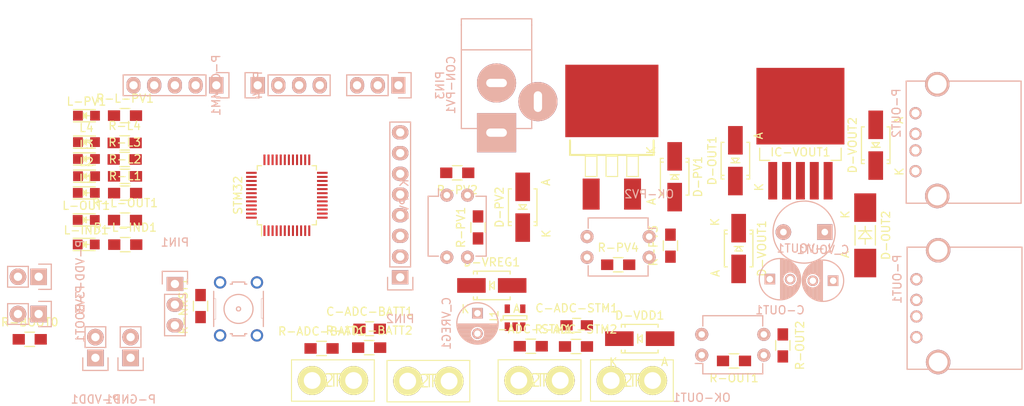
<source format=kicad_pcb>
(kicad_pcb (version 4) (host pcbnew 4.0.1-stable)

  (general
    (links 143)
    (no_connects 142)
    (area 83.661191 77.482809 209.690121 127.615)
    (thickness 1.6)
    (drawings 0)
    (tracks 0)
    (zones 0)
    (modules 64)
    (nets 70)
  )

  (page A4)
  (layers
    (0 F.Cu signal)
    (31 B.Cu signal)
    (32 B.Adhes user)
    (33 F.Adhes user)
    (34 B.Paste user)
    (35 F.Paste user)
    (36 B.SilkS user)
    (37 F.SilkS user)
    (38 B.Mask user)
    (39 F.Mask user)
    (40 Dwgs.User user)
    (41 Cmts.User user)
    (42 Eco1.User user)
    (43 Eco2.User user)
    (44 Edge.Cuts user)
    (45 Margin user)
    (46 B.CrtYd user)
    (47 F.CrtYd user)
    (48 B.Fab user)
    (49 F.Fab user)
  )

  (setup
    (last_trace_width 0.25)
    (trace_clearance 0.2)
    (zone_clearance 0.508)
    (zone_45_only no)
    (trace_min 0.2)
    (segment_width 0.2)
    (edge_width 0.15)
    (via_size 0.6)
    (via_drill 0.4)
    (via_min_size 0.4)
    (via_min_drill 0.3)
    (uvia_size 0.3)
    (uvia_drill 0.1)
    (uvias_allowed no)
    (uvia_min_size 0.2)
    (uvia_min_drill 0.1)
    (pcb_text_width 0.3)
    (pcb_text_size 1.5 1.5)
    (mod_edge_width 0.15)
    (mod_text_size 1 1)
    (mod_text_width 0.15)
    (pad_size 1.524 1.524)
    (pad_drill 0.762)
    (pad_to_mask_clearance 0.2)
    (aux_axis_origin 0 0)
    (visible_elements FFFFFF7F)
    (pcbplotparams
      (layerselection 0x00030_80000001)
      (usegerberextensions false)
      (excludeedgelayer true)
      (linewidth 0.100000)
      (plotframeref false)
      (viasonmask false)
      (mode 1)
      (useauxorigin false)
      (hpglpennumber 1)
      (hpglpenspeed 20)
      (hpglpendiameter 15)
      (hpglpenoverlay 2)
      (psnegative false)
      (psa4output false)
      (plotreference true)
      (plotvalue true)
      (plotinvisibletext false)
      (padsonsilk false)
      (subtractmaskfromsilk false)
      (outputformat 1)
      (mirror false)
      (drillshape 1)
      (scaleselection 1)
      (outputdirectory ""))
  )

  (net 0 "")
  (net 1 "Net-(BATT1-Pad1)")
  (net 2 +15V)
  (net 3 +6V)
  (net 4 "Net-(BATT3-Pad1)")
  (net 5 GND)
  (net 6 /ADC_BATT)
  (net 7 /ADC_STM)
  (net 8 "Net-(CON-PV1-Pad1)")
  (net 9 +3V3)
  (net 10 "Net-(D-PV1-Pad2)")
  (net 11 +24V)
  (net 12 VDD)
  (net 13 "Net-(D-VREG1-Pad2)")
  (net 14 /ADC_OUT)
  (net 15 "Net-(L-IND1-Pad2)")
  (net 16 "Net-(L-PV1-Pad2)")
  (net 17 "Net-(L1-Pad2)")
  (net 18 "Net-(L2-Pad2)")
  (net 19 "Net-(L3-Pad2)")
  (net 20 "Net-(L4-Pad2)")
  (net 21 "Net-(OK-PV1-Pad1)")
  (net 22 /IND_PV_WKUP)
  (net 23 "Net-(OK-PV2-Pad1)")
  (net 24 "Net-(OK-PV2-Pad3)")
  (net 25 /BOOT0)
  (net 26 /RX)
  (net 27 /TX)
  (net 28 /PC13)
  (net 29 /PC14)
  (net 30 /PC15)
  (net 31 /AIN4)
  (net 32 /AIN5)
  (net 33 /AIN6)
  (net 34 /AIN7)
  (net 35 /AIN8)
  (net 36 /AIN9)
  (net 37 /PB10)
  (net 38 /PB11)
  (net 39 /PB14)
  (net 40 /PB15)
  (net 41 /PA8)
  (net 42 /PA11)
  (net 43 /PA12)
  (net 44 /PA13)
  (net 45 /PA14)
  (net 46 /L-IND)
  (net 47 /L-PV)
  (net 48 /L-OUT)
  (net 49 /L-L1)
  (net 50 /L-L2)
  (net 51 /L-L3)
  (net 52 /L-L4)
  (net 53 /NRST)
  (net 54 /CON_PV)
  (net 55 /CON_OUT)
  (net 56 "Net-(STM32-Pad5)")
  (net 57 "Net-(STM32-Pad6)")
  (net 58 /PA15)
  (net 59 "Net-(U1-Pad4)")
  (net 60 "Net-(C-OUT1-Pad1)")
  (net 61 "Net-(C_VOUT1-Pad1)")
  (net 62 "Net-(D-VOUT1-Pad1)")
  (net 63 "Net-(IC-VOUT1-Pad5)")
  (net 64 "Net-(OK-OUT1-Pad1)")
  (net 65 "Net-(P-OUT1-Pad3)")
  (net 66 "Net-(P-OUT1-Pad2)")
  (net 67 "Net-(P-OUT2-Pad3)")
  (net 68 "Net-(P-OUT2-Pad2)")
  (net 69 "Net-(L-OUT1-Pad2)")

  (net_class Default "This is the default net class."
    (clearance 0.2)
    (trace_width 0.25)
    (via_dia 0.6)
    (via_drill 0.4)
    (uvia_dia 0.3)
    (uvia_drill 0.1)
    (add_net +15V)
    (add_net +24V)
    (add_net +3V3)
    (add_net +6V)
    (add_net /ADC_BATT)
    (add_net /ADC_OUT)
    (add_net /ADC_STM)
    (add_net /AIN4)
    (add_net /AIN5)
    (add_net /AIN6)
    (add_net /AIN7)
    (add_net /AIN8)
    (add_net /AIN9)
    (add_net /BOOT0)
    (add_net /CON_OUT)
    (add_net /CON_PV)
    (add_net /IND_PV_WKUP)
    (add_net /L-IND)
    (add_net /L-L1)
    (add_net /L-L2)
    (add_net /L-L3)
    (add_net /L-L4)
    (add_net /L-OUT)
    (add_net /L-PV)
    (add_net /NRST)
    (add_net /PA11)
    (add_net /PA12)
    (add_net /PA13)
    (add_net /PA14)
    (add_net /PA15)
    (add_net /PA8)
    (add_net /PB10)
    (add_net /PB11)
    (add_net /PB14)
    (add_net /PB15)
    (add_net /PC13)
    (add_net /PC14)
    (add_net /PC15)
    (add_net /RX)
    (add_net /TX)
    (add_net GND)
    (add_net "Net-(BATT1-Pad1)")
    (add_net "Net-(BATT3-Pad1)")
    (add_net "Net-(C-OUT1-Pad1)")
    (add_net "Net-(CON-PV1-Pad1)")
    (add_net "Net-(C_VOUT1-Pad1)")
    (add_net "Net-(D-PV1-Pad2)")
    (add_net "Net-(D-VOUT1-Pad1)")
    (add_net "Net-(D-VREG1-Pad2)")
    (add_net "Net-(IC-VOUT1-Pad5)")
    (add_net "Net-(L-IND1-Pad2)")
    (add_net "Net-(L-OUT1-Pad2)")
    (add_net "Net-(L-PV1-Pad2)")
    (add_net "Net-(L1-Pad2)")
    (add_net "Net-(L2-Pad2)")
    (add_net "Net-(L3-Pad2)")
    (add_net "Net-(L4-Pad2)")
    (add_net "Net-(OK-OUT1-Pad1)")
    (add_net "Net-(OK-PV1-Pad1)")
    (add_net "Net-(OK-PV2-Pad1)")
    (add_net "Net-(OK-PV2-Pad3)")
    (add_net "Net-(P-OUT1-Pad2)")
    (add_net "Net-(P-OUT1-Pad3)")
    (add_net "Net-(P-OUT2-Pad2)")
    (add_net "Net-(P-OUT2-Pad3)")
    (add_net "Net-(STM32-Pad5)")
    (add_net "Net-(STM32-Pad6)")
    (add_net "Net-(U1-Pad4)")
    (add_net VDD)
  )

  (module SparkFun:SparkFun-1X02_XTRA_BIG (layer F.Cu) (tedit 200000) (tstamp 57DE9152)
    (at 124.661644 124.325754 180)
    (path /57245F1D)
    (attr virtual)
    (fp_text reference BATT1 (at 0 0 180) (layer F.SilkS)
      (effects (font (thickness 0.15)))
    )
    (fp_text value M02PTH (at 0 0 180) (layer F.SilkS)
      (effects (font (thickness 0.15)))
    )
    (fp_line (start -5.08 -2.54) (end -5.08 2.54) (layer F.SilkS) (width 0.127))
    (fp_line (start -5.08 2.54) (end 5.08 2.54) (layer F.SilkS) (width 0.127))
    (fp_line (start 5.08 2.54) (end 5.08 -2.54) (layer F.SilkS) (width 0.127))
    (fp_line (start 5.08 -2.54) (end -5.08 -2.54) (layer F.SilkS) (width 0.127))
    (pad 1 thru_hole circle (at -2.54 0 180) (size 3.556 3.556) (drill 2.0574) (layers *.Cu F.Paste F.SilkS F.Mask)
      (net 1 "Net-(BATT1-Pad1)"))
    (pad 2 thru_hole circle (at 2.54 0 180) (size 3.556 3.556) (drill 2.0574) (layers *.Cu F.Paste F.SilkS F.Mask)
      (net 2 +15V))
  )

  (module SparkFun:SparkFun-1X02_XTRA_BIG (layer F.Cu) (tedit 200000) (tstamp 57DE9158)
    (at 136.38 124.4 180)
    (path /5724648D)
    (attr virtual)
    (fp_text reference BATT2 (at 0 0 180) (layer F.SilkS)
      (effects (font (thickness 0.15)))
    )
    (fp_text value M02PTH (at 0 0 180) (layer F.SilkS)
      (effects (font (thickness 0.15)))
    )
    (fp_line (start -5.08 -2.54) (end -5.08 2.54) (layer F.SilkS) (width 0.127))
    (fp_line (start -5.08 2.54) (end 5.08 2.54) (layer F.SilkS) (width 0.127))
    (fp_line (start 5.08 2.54) (end 5.08 -2.54) (layer F.SilkS) (width 0.127))
    (fp_line (start 5.08 -2.54) (end -5.08 -2.54) (layer F.SilkS) (width 0.127))
    (pad 1 thru_hole circle (at -2.54 0 180) (size 3.556 3.556) (drill 2.0574) (layers *.Cu F.Paste F.SilkS F.Mask)
      (net 3 +6V))
    (pad 2 thru_hole circle (at 2.54 0 180) (size 3.556 3.556) (drill 2.0574) (layers *.Cu F.Paste F.SilkS F.Mask)
      (net 1 "Net-(BATT1-Pad1)"))
  )

  (module SparkFun:SparkFun-1X02_XTRA_BIG (layer F.Cu) (tedit 200000) (tstamp 57DE915E)
    (at 150.015644 124.315754 180)
    (path /57246521)
    (attr virtual)
    (fp_text reference BATT3 (at 0 0 180) (layer F.SilkS)
      (effects (font (thickness 0.15)))
    )
    (fp_text value M02PTH (at 0 0 180) (layer F.SilkS)
      (effects (font (thickness 0.15)))
    )
    (fp_line (start -5.08 -2.54) (end -5.08 2.54) (layer F.SilkS) (width 0.127))
    (fp_line (start -5.08 2.54) (end 5.08 2.54) (layer F.SilkS) (width 0.127))
    (fp_line (start 5.08 2.54) (end 5.08 -2.54) (layer F.SilkS) (width 0.127))
    (fp_line (start 5.08 -2.54) (end -5.08 -2.54) (layer F.SilkS) (width 0.127))
    (pad 1 thru_hole circle (at -2.54 0 180) (size 3.556 3.556) (drill 2.0574) (layers *.Cu F.Paste F.SilkS F.Mask)
      (net 4 "Net-(BATT3-Pad1)"))
    (pad 2 thru_hole circle (at 2.54 0 180) (size 3.556 3.556) (drill 2.0574) (layers *.Cu F.Paste F.SilkS F.Mask)
      (net 3 +6V))
  )

  (module SparkFun:SparkFun-1X02_XTRA_BIG (layer F.Cu) (tedit 200000) (tstamp 57DE9164)
    (at 161.35 124.33 180)
    (path /572467F8)
    (attr virtual)
    (fp_text reference BATT4 (at 0 0 180) (layer F.SilkS)
      (effects (font (thickness 0.15)))
    )
    (fp_text value M02PTH (at 0 0 180) (layer F.SilkS)
      (effects (font (thickness 0.15)))
    )
    (fp_line (start -5.08 -2.54) (end -5.08 2.54) (layer F.SilkS) (width 0.127))
    (fp_line (start -5.08 2.54) (end 5.08 2.54) (layer F.SilkS) (width 0.127))
    (fp_line (start 5.08 2.54) (end 5.08 -2.54) (layer F.SilkS) (width 0.127))
    (fp_line (start 5.08 -2.54) (end -5.08 -2.54) (layer F.SilkS) (width 0.127))
    (pad 1 thru_hole circle (at -2.54 0 180) (size 3.556 3.556) (drill 2.0574) (layers *.Cu F.Paste F.SilkS F.Mask)
      (net 5 GND))
    (pad 2 thru_hole circle (at 2.54 0 180) (size 3.556 3.556) (drill 2.0574) (layers *.Cu F.Paste F.SilkS F.Mask)
      (net 4 "Net-(BATT3-Pad1)"))
  )

  (module Capacitors_SMD:C_0805_HandSoldering (layer F.Cu) (tedit 541A9B8D) (tstamp 57DE916A)
    (at 129.17 117.97)
    (descr "Capacitor SMD 0805, hand soldering")
    (tags "capacitor 0805")
    (path /57248181)
    (attr smd)
    (fp_text reference C-ADC-BATT1 (at 0 -2.1) (layer F.SilkS)
      (effects (font (size 1 1) (thickness 0.15)))
    )
    (fp_text value 100n (at 0 2.1) (layer F.Fab)
      (effects (font (size 1 1) (thickness 0.15)))
    )
    (fp_line (start -2.3 -1) (end 2.3 -1) (layer F.CrtYd) (width 0.05))
    (fp_line (start -2.3 1) (end 2.3 1) (layer F.CrtYd) (width 0.05))
    (fp_line (start -2.3 -1) (end -2.3 1) (layer F.CrtYd) (width 0.05))
    (fp_line (start 2.3 -1) (end 2.3 1) (layer F.CrtYd) (width 0.05))
    (fp_line (start 0.5 -0.85) (end -0.5 -0.85) (layer F.SilkS) (width 0.15))
    (fp_line (start -0.5 0.85) (end 0.5 0.85) (layer F.SilkS) (width 0.15))
    (pad 1 smd rect (at -1.25 0) (size 1.5 1.25) (layers F.Cu F.Paste F.Mask)
      (net 6 /ADC_BATT))
    (pad 2 smd rect (at 1.25 0) (size 1.5 1.25) (layers F.Cu F.Paste F.Mask)
      (net 5 GND))
    (model Capacitors_SMD.3dshapes/C_0805_HandSoldering.wrl
      (at (xyz 0 0 0))
      (scale (xyz 1 1 1))
      (rotate (xyz 0 0 0))
    )
  )

  (module Capacitors_SMD:C_0805_HandSoldering (layer F.Cu) (tedit 541A9B8D) (tstamp 57DE9170)
    (at 154.58 117.55)
    (descr "Capacitor SMD 0805, hand soldering")
    (tags "capacitor 0805")
    (path /57DE10FA)
    (attr smd)
    (fp_text reference C-ADC-STM1 (at 0 -2.1) (layer F.SilkS)
      (effects (font (size 1 1) (thickness 0.15)))
    )
    (fp_text value 100n (at 0 2.1) (layer F.Fab)
      (effects (font (size 1 1) (thickness 0.15)))
    )
    (fp_line (start -2.3 -1) (end 2.3 -1) (layer F.CrtYd) (width 0.05))
    (fp_line (start -2.3 1) (end 2.3 1) (layer F.CrtYd) (width 0.05))
    (fp_line (start -2.3 -1) (end -2.3 1) (layer F.CrtYd) (width 0.05))
    (fp_line (start 2.3 -1) (end 2.3 1) (layer F.CrtYd) (width 0.05))
    (fp_line (start 0.5 -0.85) (end -0.5 -0.85) (layer F.SilkS) (width 0.15))
    (fp_line (start -0.5 0.85) (end 0.5 0.85) (layer F.SilkS) (width 0.15))
    (pad 1 smd rect (at -1.25 0) (size 1.5 1.25) (layers F.Cu F.Paste F.Mask)
      (net 7 /ADC_STM))
    (pad 2 smd rect (at 1.25 0) (size 1.5 1.25) (layers F.Cu F.Paste F.Mask)
      (net 5 GND))
    (model Capacitors_SMD.3dshapes/C_0805_HandSoldering.wrl
      (at (xyz 0 0 0))
      (scale (xyz 1 1 1))
      (rotate (xyz 0 0 0))
    )
  )

  (module Capacitors_ThroughHole:C_Radial_D5_L6_P2.5 (layer B.Cu) (tedit 0) (tstamp 57DE9176)
    (at 178.27 111.89)
    (descr "Radial Electrolytic Capacitor Diameter 5mm x Length 6mm, Pitch 2.5mm")
    (tags "Electrolytic Capacitor")
    (path /57282862)
    (fp_text reference C-OUT1 (at 1.25 3.8) (layer B.SilkS)
      (effects (font (size 1 1) (thickness 0.15)) (justify mirror))
    )
    (fp_text value 100u (at 1.25 -3.8) (layer B.Fab)
      (effects (font (size 1 1) (thickness 0.15)) (justify mirror))
    )
    (fp_line (start 1.325 2.499) (end 1.325 -2.499) (layer B.SilkS) (width 0.15))
    (fp_line (start 1.465 2.491) (end 1.465 -2.491) (layer B.SilkS) (width 0.15))
    (fp_line (start 1.605 2.475) (end 1.605 0.095) (layer B.SilkS) (width 0.15))
    (fp_line (start 1.605 -0.095) (end 1.605 -2.475) (layer B.SilkS) (width 0.15))
    (fp_line (start 1.745 2.451) (end 1.745 0.49) (layer B.SilkS) (width 0.15))
    (fp_line (start 1.745 -0.49) (end 1.745 -2.451) (layer B.SilkS) (width 0.15))
    (fp_line (start 1.885 2.418) (end 1.885 0.657) (layer B.SilkS) (width 0.15))
    (fp_line (start 1.885 -0.657) (end 1.885 -2.418) (layer B.SilkS) (width 0.15))
    (fp_line (start 2.025 2.377) (end 2.025 0.764) (layer B.SilkS) (width 0.15))
    (fp_line (start 2.025 -0.764) (end 2.025 -2.377) (layer B.SilkS) (width 0.15))
    (fp_line (start 2.165 2.327) (end 2.165 0.835) (layer B.SilkS) (width 0.15))
    (fp_line (start 2.165 -0.835) (end 2.165 -2.327) (layer B.SilkS) (width 0.15))
    (fp_line (start 2.305 2.266) (end 2.305 0.879) (layer B.SilkS) (width 0.15))
    (fp_line (start 2.305 -0.879) (end 2.305 -2.266) (layer B.SilkS) (width 0.15))
    (fp_line (start 2.445 2.196) (end 2.445 0.898) (layer B.SilkS) (width 0.15))
    (fp_line (start 2.445 -0.898) (end 2.445 -2.196) (layer B.SilkS) (width 0.15))
    (fp_line (start 2.585 2.114) (end 2.585 0.896) (layer B.SilkS) (width 0.15))
    (fp_line (start 2.585 -0.896) (end 2.585 -2.114) (layer B.SilkS) (width 0.15))
    (fp_line (start 2.725 2.019) (end 2.725 0.871) (layer B.SilkS) (width 0.15))
    (fp_line (start 2.725 -0.871) (end 2.725 -2.019) (layer B.SilkS) (width 0.15))
    (fp_line (start 2.865 1.908) (end 2.865 0.823) (layer B.SilkS) (width 0.15))
    (fp_line (start 2.865 -0.823) (end 2.865 -1.908) (layer B.SilkS) (width 0.15))
    (fp_line (start 3.005 1.78) (end 3.005 0.745) (layer B.SilkS) (width 0.15))
    (fp_line (start 3.005 -0.745) (end 3.005 -1.78) (layer B.SilkS) (width 0.15))
    (fp_line (start 3.145 1.631) (end 3.145 0.628) (layer B.SilkS) (width 0.15))
    (fp_line (start 3.145 -0.628) (end 3.145 -1.631) (layer B.SilkS) (width 0.15))
    (fp_line (start 3.285 1.452) (end 3.285 0.44) (layer B.SilkS) (width 0.15))
    (fp_line (start 3.285 -0.44) (end 3.285 -1.452) (layer B.SilkS) (width 0.15))
    (fp_line (start 3.425 1.233) (end 3.425 -1.233) (layer B.SilkS) (width 0.15))
    (fp_line (start 3.565 0.944) (end 3.565 -0.944) (layer B.SilkS) (width 0.15))
    (fp_line (start 3.705 0.472) (end 3.705 -0.472) (layer B.SilkS) (width 0.15))
    (fp_circle (center 2.5 0) (end 2.5 0.9) (layer B.SilkS) (width 0.15))
    (fp_circle (center 1.25 0) (end 1.25 2.5375) (layer B.SilkS) (width 0.15))
    (fp_circle (center 1.25 0) (end 1.25 2.8) (layer B.CrtYd) (width 0.05))
    (pad 1 thru_hole rect (at 0 0) (size 1.3 1.3) (drill 0.8) (layers *.Cu *.Mask B.SilkS)
      (net 60 "Net-(C-OUT1-Pad1)"))
    (pad 2 thru_hole circle (at 2.5 0) (size 1.3 1.3) (drill 0.8) (layers *.Cu *.Mask B.SilkS)
      (net 3 +6V))
    (model Capacitors_ThroughHole.3dshapes/C_Radial_D5_L6_P2.5.wrl
      (at (xyz 0.0492126 0 0))
      (scale (xyz 1 1 1))
      (rotate (xyz 0 0 90))
    )
  )

  (module Connect:JACK_ALIM (layer B.Cu) (tedit 0) (tstamp 57DE917D)
    (at 144.74 87.814 270)
    (descr "module 1 pin (ou trou mecanique de percage)")
    (tags "CONN JACK")
    (path /57270980)
    (fp_text reference CON-PV1 (at 0.254 5.588 270) (layer B.SilkS)
      (effects (font (size 1 1) (thickness 0.15)) (justify mirror))
    )
    (fp_text value BARREL_JACK (at -5.08 -5.588 270) (layer B.Fab)
      (effects (font (size 1 1) (thickness 0.15)) (justify mirror))
    )
    (fp_line (start -7.112 4.318) (end -7.874 4.318) (layer B.SilkS) (width 0.15))
    (fp_line (start -7.874 4.318) (end -7.874 -4.318) (layer B.SilkS) (width 0.15))
    (fp_line (start -7.874 -4.318) (end -7.112 -4.318) (layer B.SilkS) (width 0.15))
    (fp_line (start -4.064 4.318) (end -4.064 -4.318) (layer B.SilkS) (width 0.15))
    (fp_line (start 5.588 4.318) (end 5.588 -4.318) (layer B.SilkS) (width 0.15))
    (fp_line (start -7.112 -4.318) (end 5.588 -4.318) (layer B.SilkS) (width 0.15))
    (fp_line (start -7.112 4.318) (end 5.588 4.318) (layer B.SilkS) (width 0.15))
    (pad 2 thru_hole circle (at 0 0 270) (size 4.8006 4.8006) (drill oval 1.016 2.54) (layers *.Cu *.Mask B.SilkS)
      (net 5 GND))
    (pad 1 thru_hole rect (at 6.096 0 270) (size 4.8006 4.8006) (drill oval 1.016 2.54) (layers *.Cu *.Mask B.SilkS)
      (net 8 "Net-(CON-PV1-Pad1)"))
    (pad 3 thru_hole circle (at 2.286 -5.08 270) (size 4.8006 4.8006) (drill oval 2.54 1.016) (layers *.Cu *.Mask B.SilkS)
      (net 5 GND))
    (model Connect.3dshapes/JACK_ALIM.wrl
      (at (xyz 0 0 0))
      (scale (xyz 0.8 0.8 0.8))
      (rotate (xyz 0 0 0))
    )
  )

  (module Capacitors_ThroughHole:C_Radial_D5_L6_P2.5 (layer B.Cu) (tedit 0) (tstamp 57DE9183)
    (at 186.05 112.08 180)
    (descr "Radial Electrolytic Capacitor Diameter 5mm x Length 6mm, Pitch 2.5mm")
    (tags "Electrolytic Capacitor")
    (path /57286E91)
    (fp_text reference C_VOUT1 (at 1.25 3.8 180) (layer B.SilkS)
      (effects (font (size 1 1) (thickness 0.15)) (justify mirror))
    )
    (fp_text value 100u (at 1.25 -3.8 180) (layer B.Fab)
      (effects (font (size 1 1) (thickness 0.15)) (justify mirror))
    )
    (fp_line (start 1.325 2.499) (end 1.325 -2.499) (layer B.SilkS) (width 0.15))
    (fp_line (start 1.465 2.491) (end 1.465 -2.491) (layer B.SilkS) (width 0.15))
    (fp_line (start 1.605 2.475) (end 1.605 0.095) (layer B.SilkS) (width 0.15))
    (fp_line (start 1.605 -0.095) (end 1.605 -2.475) (layer B.SilkS) (width 0.15))
    (fp_line (start 1.745 2.451) (end 1.745 0.49) (layer B.SilkS) (width 0.15))
    (fp_line (start 1.745 -0.49) (end 1.745 -2.451) (layer B.SilkS) (width 0.15))
    (fp_line (start 1.885 2.418) (end 1.885 0.657) (layer B.SilkS) (width 0.15))
    (fp_line (start 1.885 -0.657) (end 1.885 -2.418) (layer B.SilkS) (width 0.15))
    (fp_line (start 2.025 2.377) (end 2.025 0.764) (layer B.SilkS) (width 0.15))
    (fp_line (start 2.025 -0.764) (end 2.025 -2.377) (layer B.SilkS) (width 0.15))
    (fp_line (start 2.165 2.327) (end 2.165 0.835) (layer B.SilkS) (width 0.15))
    (fp_line (start 2.165 -0.835) (end 2.165 -2.327) (layer B.SilkS) (width 0.15))
    (fp_line (start 2.305 2.266) (end 2.305 0.879) (layer B.SilkS) (width 0.15))
    (fp_line (start 2.305 -0.879) (end 2.305 -2.266) (layer B.SilkS) (width 0.15))
    (fp_line (start 2.445 2.196) (end 2.445 0.898) (layer B.SilkS) (width 0.15))
    (fp_line (start 2.445 -0.898) (end 2.445 -2.196) (layer B.SilkS) (width 0.15))
    (fp_line (start 2.585 2.114) (end 2.585 0.896) (layer B.SilkS) (width 0.15))
    (fp_line (start 2.585 -0.896) (end 2.585 -2.114) (layer B.SilkS) (width 0.15))
    (fp_line (start 2.725 2.019) (end 2.725 0.871) (layer B.SilkS) (width 0.15))
    (fp_line (start 2.725 -0.871) (end 2.725 -2.019) (layer B.SilkS) (width 0.15))
    (fp_line (start 2.865 1.908) (end 2.865 0.823) (layer B.SilkS) (width 0.15))
    (fp_line (start 2.865 -0.823) (end 2.865 -1.908) (layer B.SilkS) (width 0.15))
    (fp_line (start 3.005 1.78) (end 3.005 0.745) (layer B.SilkS) (width 0.15))
    (fp_line (start 3.005 -0.745) (end 3.005 -1.78) (layer B.SilkS) (width 0.15))
    (fp_line (start 3.145 1.631) (end 3.145 0.628) (layer B.SilkS) (width 0.15))
    (fp_line (start 3.145 -0.628) (end 3.145 -1.631) (layer B.SilkS) (width 0.15))
    (fp_line (start 3.285 1.452) (end 3.285 0.44) (layer B.SilkS) (width 0.15))
    (fp_line (start 3.285 -0.44) (end 3.285 -1.452) (layer B.SilkS) (width 0.15))
    (fp_line (start 3.425 1.233) (end 3.425 -1.233) (layer B.SilkS) (width 0.15))
    (fp_line (start 3.565 0.944) (end 3.565 -0.944) (layer B.SilkS) (width 0.15))
    (fp_line (start 3.705 0.472) (end 3.705 -0.472) (layer B.SilkS) (width 0.15))
    (fp_circle (center 2.5 0) (end 2.5 0.9) (layer B.SilkS) (width 0.15))
    (fp_circle (center 1.25 0) (end 1.25 2.5375) (layer B.SilkS) (width 0.15))
    (fp_circle (center 1.25 0) (end 1.25 2.8) (layer B.CrtYd) (width 0.05))
    (pad 1 thru_hole rect (at 0 0 180) (size 1.3 1.3) (drill 0.8) (layers *.Cu *.Mask B.SilkS)
      (net 61 "Net-(C_VOUT1-Pad1)"))
    (pad 2 thru_hole circle (at 2.5 0 180) (size 1.3 1.3) (drill 0.8) (layers *.Cu *.Mask B.SilkS)
      (net 3 +6V))
    (model Capacitors_ThroughHole.3dshapes/C_Radial_D5_L6_P2.5.wrl
      (at (xyz 0.0492126 0 0))
      (scale (xyz 1 1 1))
      (rotate (xyz 0 0 90))
    )
  )

  (module Capacitors_ThroughHole:C_Radial_D5_L6_P2.5 (layer B.Cu) (tedit 0) (tstamp 57DE9189)
    (at 142.4 116.07 270)
    (descr "Radial Electrolytic Capacitor Diameter 5mm x Length 6mm, Pitch 2.5mm")
    (tags "Electrolytic Capacitor")
    (path /5763D083)
    (fp_text reference C_VREG1 (at 1.25 3.8 270) (layer B.SilkS)
      (effects (font (size 1 1) (thickness 0.15)) (justify mirror))
    )
    (fp_text value 100u (at 1.25 -3.8 270) (layer B.Fab)
      (effects (font (size 1 1) (thickness 0.15)) (justify mirror))
    )
    (fp_line (start 1.325 2.499) (end 1.325 -2.499) (layer B.SilkS) (width 0.15))
    (fp_line (start 1.465 2.491) (end 1.465 -2.491) (layer B.SilkS) (width 0.15))
    (fp_line (start 1.605 2.475) (end 1.605 0.095) (layer B.SilkS) (width 0.15))
    (fp_line (start 1.605 -0.095) (end 1.605 -2.475) (layer B.SilkS) (width 0.15))
    (fp_line (start 1.745 2.451) (end 1.745 0.49) (layer B.SilkS) (width 0.15))
    (fp_line (start 1.745 -0.49) (end 1.745 -2.451) (layer B.SilkS) (width 0.15))
    (fp_line (start 1.885 2.418) (end 1.885 0.657) (layer B.SilkS) (width 0.15))
    (fp_line (start 1.885 -0.657) (end 1.885 -2.418) (layer B.SilkS) (width 0.15))
    (fp_line (start 2.025 2.377) (end 2.025 0.764) (layer B.SilkS) (width 0.15))
    (fp_line (start 2.025 -0.764) (end 2.025 -2.377) (layer B.SilkS) (width 0.15))
    (fp_line (start 2.165 2.327) (end 2.165 0.835) (layer B.SilkS) (width 0.15))
    (fp_line (start 2.165 -0.835) (end 2.165 -2.327) (layer B.SilkS) (width 0.15))
    (fp_line (start 2.305 2.266) (end 2.305 0.879) (layer B.SilkS) (width 0.15))
    (fp_line (start 2.305 -0.879) (end 2.305 -2.266) (layer B.SilkS) (width 0.15))
    (fp_line (start 2.445 2.196) (end 2.445 0.898) (layer B.SilkS) (width 0.15))
    (fp_line (start 2.445 -0.898) (end 2.445 -2.196) (layer B.SilkS) (width 0.15))
    (fp_line (start 2.585 2.114) (end 2.585 0.896) (layer B.SilkS) (width 0.15))
    (fp_line (start 2.585 -0.896) (end 2.585 -2.114) (layer B.SilkS) (width 0.15))
    (fp_line (start 2.725 2.019) (end 2.725 0.871) (layer B.SilkS) (width 0.15))
    (fp_line (start 2.725 -0.871) (end 2.725 -2.019) (layer B.SilkS) (width 0.15))
    (fp_line (start 2.865 1.908) (end 2.865 0.823) (layer B.SilkS) (width 0.15))
    (fp_line (start 2.865 -0.823) (end 2.865 -1.908) (layer B.SilkS) (width 0.15))
    (fp_line (start 3.005 1.78) (end 3.005 0.745) (layer B.SilkS) (width 0.15))
    (fp_line (start 3.005 -0.745) (end 3.005 -1.78) (layer B.SilkS) (width 0.15))
    (fp_line (start 3.145 1.631) (end 3.145 0.628) (layer B.SilkS) (width 0.15))
    (fp_line (start 3.145 -0.628) (end 3.145 -1.631) (layer B.SilkS) (width 0.15))
    (fp_line (start 3.285 1.452) (end 3.285 0.44) (layer B.SilkS) (width 0.15))
    (fp_line (start 3.285 -0.44) (end 3.285 -1.452) (layer B.SilkS) (width 0.15))
    (fp_line (start 3.425 1.233) (end 3.425 -1.233) (layer B.SilkS) (width 0.15))
    (fp_line (start 3.565 0.944) (end 3.565 -0.944) (layer B.SilkS) (width 0.15))
    (fp_line (start 3.705 0.472) (end 3.705 -0.472) (layer B.SilkS) (width 0.15))
    (fp_circle (center 2.5 0) (end 2.5 0.9) (layer B.SilkS) (width 0.15))
    (fp_circle (center 1.25 0) (end 1.25 2.5375) (layer B.SilkS) (width 0.15))
    (fp_circle (center 1.25 0) (end 1.25 2.8) (layer B.CrtYd) (width 0.05))
    (pad 1 thru_hole rect (at 0 0 270) (size 1.3 1.3) (drill 0.8) (layers *.Cu *.Mask B.SilkS)
      (net 9 +3V3))
    (pad 2 thru_hole circle (at 2.5 0 270) (size 1.3 1.3) (drill 0.8) (layers *.Cu *.Mask B.SilkS)
      (net 5 GND))
    (model Capacitors_ThroughHole.3dshapes/C_Radial_D5_L6_P2.5.wrl
      (at (xyz 0.0492126 0 0))
      (scale (xyz 1 1 1))
      (rotate (xyz 0 0 90))
    )
  )

  (module Diodes_SMD:SMA_Handsoldering (layer F.Cu) (tedit 552FF1AB) (tstamp 57DE918F)
    (at 174.05 97.34936 90)
    (descr "Diode SMA Handsoldering")
    (tags "Diode SMA Handsoldering")
    (path /5728ACB0)
    (attr smd)
    (fp_text reference D-OUT1 (at 0 -2.85 90) (layer F.SilkS)
      (effects (font (size 1 1) (thickness 0.15)))
    )
    (fp_text value D (at 0.05 4.4 90) (layer F.Fab)
      (effects (font (size 1 1) (thickness 0.15)))
    )
    (fp_line (start -4.5 -2) (end 4.5 -2) (layer F.CrtYd) (width 0.05))
    (fp_line (start 4.5 -2) (end 4.5 2) (layer F.CrtYd) (width 0.05))
    (fp_line (start 4.5 2) (end -4.5 2) (layer F.CrtYd) (width 0.05))
    (fp_line (start -4.5 2) (end -4.5 -2) (layer F.CrtYd) (width 0.05))
    (fp_line (start -0.25 0) (end 0.3 -0.45) (layer F.SilkS) (width 0.15))
    (fp_line (start 0.3 -0.45) (end 0.3 0.45) (layer F.SilkS) (width 0.15))
    (fp_line (start 0.3 0.45) (end -0.25 0) (layer F.SilkS) (width 0.15))
    (fp_line (start -0.25 -0.55) (end -0.25 0.55) (layer F.SilkS) (width 0.15))
    (fp_text user K (at -3.25 2.9 90) (layer F.SilkS)
      (effects (font (size 1 1) (thickness 0.15)))
    )
    (fp_text user A (at 3.05 2.85 90) (layer F.SilkS)
      (effects (font (size 1 1) (thickness 0.15)))
    )
    (fp_line (start -1.79914 1.75006) (end -1.79914 1.39954) (layer F.SilkS) (width 0.15))
    (fp_line (start -1.79914 -1.75006) (end -1.79914 -1.39954) (layer F.SilkS) (width 0.15))
    (fp_line (start 2.25044 1.75006) (end 2.25044 1.39954) (layer F.SilkS) (width 0.15))
    (fp_line (start -2.25044 1.75006) (end -2.25044 1.39954) (layer F.SilkS) (width 0.15))
    (fp_line (start -2.25044 -1.75006) (end -2.25044 -1.39954) (layer F.SilkS) (width 0.15))
    (fp_line (start 2.25044 -1.75006) (end 2.25044 -1.39954) (layer F.SilkS) (width 0.15))
    (fp_line (start -2.25044 1.75006) (end 2.25044 1.75006) (layer F.SilkS) (width 0.15))
    (fp_line (start -2.25044 -1.75006) (end 2.25044 -1.75006) (layer F.SilkS) (width 0.15))
    (pad 1 smd rect (at -2.49936 0 90) (size 3.50012 1.80086) (layers F.Cu F.Paste F.Mask)
      (net 60 "Net-(C-OUT1-Pad1)"))
    (pad 2 smd rect (at 2.49936 0 90) (size 3.50012 1.80086) (layers F.Cu F.Paste F.Mask)
      (net 2 +15V))
    (model Diodes_SMD.3dshapes/SMA_Handsoldering.wrl
      (at (xyz 0 0 0))
      (scale (xyz 0.3937 0.3937 0.3937))
      (rotate (xyz 0 0 180))
    )
  )

  (module Diodes_SMD:MELF_Handsoldering (layer F.Cu) (tedit 552FE6B7) (tstamp 57DE9195)
    (at 189.98 106.51 270)
    (descr "Diode MELF Handsoldering")
    (tags "Diode MELF Handsoldering")
    (path /572878A5)
    (attr smd)
    (fp_text reference D-OUT2 (at 0 -2.54 270) (layer F.SilkS)
      (effects (font (size 1 1) (thickness 0.15)))
    )
    (fp_text value 5v1 (at 0 3.81 270) (layer F.Fab)
      (effects (font (size 1 1) (thickness 0.15)))
    )
    (fp_line (start -5.4 -1.6) (end 5.4 -1.6) (layer F.CrtYd) (width 0.05))
    (fp_line (start 5.4 -1.6) (end 5.4 1.6) (layer F.CrtYd) (width 0.05))
    (fp_line (start 5.4 1.6) (end -5.4 1.6) (layer F.CrtYd) (width 0.05))
    (fp_line (start -5.4 1.6) (end -5.4 -1.6) (layer F.CrtYd) (width 0.05))
    (fp_line (start 0.39878 0) (end 1.09982 0) (layer F.SilkS) (width 0.15))
    (fp_line (start -0.55118 0) (end -1.09982 0) (layer F.SilkS) (width 0.15))
    (fp_line (start -0.55118 0) (end -0.55118 0.8001) (layer F.SilkS) (width 0.15))
    (fp_line (start -0.55118 0) (end -0.55118 -0.8001) (layer F.SilkS) (width 0.15))
    (fp_line (start -0.55118 0) (end 0.39878 -0.8001) (layer F.SilkS) (width 0.15))
    (fp_line (start 0.39878 -0.8001) (end 0.39878 0.8001) (layer F.SilkS) (width 0.15))
    (fp_line (start 0.39878 0.8001) (end -0.55118 0) (layer F.SilkS) (width 0.15))
    (fp_text user K (at -2.55 2.45 270) (layer F.SilkS)
      (effects (font (size 1 1) (thickness 0.15)))
    )
    (fp_text user A (at 2.35 2.5 270) (layer F.SilkS)
      (effects (font (size 1 1) (thickness 0.15)))
    )
    (fp_line (start -1.09982 -1.24968) (end -1.19888 -1.24968) (layer F.SilkS) (width 0.15))
    (fp_line (start -1.09982 1.24968) (end -1.19888 1.24968) (layer F.SilkS) (width 0.15))
    (fp_line (start 1.19888 -1.24968) (end -1.15062 -1.24968) (layer F.SilkS) (width 0.15))
    (fp_line (start 1.19888 1.24968) (end -1.04902 1.24968) (layer F.SilkS) (width 0.15))
    (pad 1 smd rect (at -3.40106 0 270) (size 3.50012 2.70002) (layers F.Cu F.Paste F.Mask)
      (net 61 "Net-(C_VOUT1-Pad1)"))
    (pad 2 smd rect (at 3.40106 0 270) (size 3.50012 2.70002) (layers F.Cu F.Paste F.Mask)
      (net 3 +6V))
    (model Diodes_SMD.3dshapes/MELF_Handsoldering.wrl
      (at (xyz 0 0 0))
      (scale (xyz 0.3937 0.3937 0.3937))
      (rotate (xyz 0 0 180))
    )
  )

  (module Diodes_SMD:SMA_Handsoldering (layer F.Cu) (tedit 552FF1AB) (tstamp 57DE919B)
    (at 166.6 99.32064 270)
    (descr "Diode SMA Handsoldering")
    (tags "Diode SMA Handsoldering")
    (path /5727E9F0)
    (attr smd)
    (fp_text reference D-PV1 (at 0 -2.85 270) (layer F.SilkS)
      (effects (font (size 1 1) (thickness 0.15)))
    )
    (fp_text value D (at 0.05 4.4 270) (layer F.Fab)
      (effects (font (size 1 1) (thickness 0.15)))
    )
    (fp_line (start -4.5 -2) (end 4.5 -2) (layer F.CrtYd) (width 0.05))
    (fp_line (start 4.5 -2) (end 4.5 2) (layer F.CrtYd) (width 0.05))
    (fp_line (start 4.5 2) (end -4.5 2) (layer F.CrtYd) (width 0.05))
    (fp_line (start -4.5 2) (end -4.5 -2) (layer F.CrtYd) (width 0.05))
    (fp_line (start -0.25 0) (end 0.3 -0.45) (layer F.SilkS) (width 0.15))
    (fp_line (start 0.3 -0.45) (end 0.3 0.45) (layer F.SilkS) (width 0.15))
    (fp_line (start 0.3 0.45) (end -0.25 0) (layer F.SilkS) (width 0.15))
    (fp_line (start -0.25 -0.55) (end -0.25 0.55) (layer F.SilkS) (width 0.15))
    (fp_text user K (at -3.25 2.9 270) (layer F.SilkS)
      (effects (font (size 1 1) (thickness 0.15)))
    )
    (fp_text user A (at 3.05 2.85 270) (layer F.SilkS)
      (effects (font (size 1 1) (thickness 0.15)))
    )
    (fp_line (start -1.79914 1.75006) (end -1.79914 1.39954) (layer F.SilkS) (width 0.15))
    (fp_line (start -1.79914 -1.75006) (end -1.79914 -1.39954) (layer F.SilkS) (width 0.15))
    (fp_line (start 2.25044 1.75006) (end 2.25044 1.39954) (layer F.SilkS) (width 0.15))
    (fp_line (start -2.25044 1.75006) (end -2.25044 1.39954) (layer F.SilkS) (width 0.15))
    (fp_line (start -2.25044 -1.75006) (end -2.25044 -1.39954) (layer F.SilkS) (width 0.15))
    (fp_line (start 2.25044 -1.75006) (end 2.25044 -1.39954) (layer F.SilkS) (width 0.15))
    (fp_line (start -2.25044 1.75006) (end 2.25044 1.75006) (layer F.SilkS) (width 0.15))
    (fp_line (start -2.25044 -1.75006) (end 2.25044 -1.75006) (layer F.SilkS) (width 0.15))
    (pad 1 smd rect (at -2.49936 0 270) (size 3.50012 1.80086) (layers F.Cu F.Paste F.Mask)
      (net 2 +15V))
    (pad 2 smd rect (at 2.49936 0 270) (size 3.50012 1.80086) (layers F.Cu F.Paste F.Mask)
      (net 10 "Net-(D-PV1-Pad2)"))
    (model Diodes_SMD.3dshapes/SMA_Handsoldering.wrl
      (at (xyz 0 0 0))
      (scale (xyz 0.3937 0.3937 0.3937))
      (rotate (xyz 0 0 180))
    )
  )

  (module Diodes_SMD:SMA_Handsoldering (layer F.Cu) (tedit 552FF1AB) (tstamp 57DE91A1)
    (at 147.95 103.06064 90)
    (descr "Diode SMA Handsoldering")
    (tags "Diode SMA Handsoldering")
    (path /5764637C)
    (attr smd)
    (fp_text reference D-PV2 (at 0 -2.85 90) (layer F.SilkS)
      (effects (font (size 1 1) (thickness 0.15)))
    )
    (fp_text value D (at 0.05 4.4 90) (layer F.Fab)
      (effects (font (size 1 1) (thickness 0.15)))
    )
    (fp_line (start -4.5 -2) (end 4.5 -2) (layer F.CrtYd) (width 0.05))
    (fp_line (start 4.5 -2) (end 4.5 2) (layer F.CrtYd) (width 0.05))
    (fp_line (start 4.5 2) (end -4.5 2) (layer F.CrtYd) (width 0.05))
    (fp_line (start -4.5 2) (end -4.5 -2) (layer F.CrtYd) (width 0.05))
    (fp_line (start -0.25 0) (end 0.3 -0.45) (layer F.SilkS) (width 0.15))
    (fp_line (start 0.3 -0.45) (end 0.3 0.45) (layer F.SilkS) (width 0.15))
    (fp_line (start 0.3 0.45) (end -0.25 0) (layer F.SilkS) (width 0.15))
    (fp_line (start -0.25 -0.55) (end -0.25 0.55) (layer F.SilkS) (width 0.15))
    (fp_text user K (at -3.25 2.9 90) (layer F.SilkS)
      (effects (font (size 1 1) (thickness 0.15)))
    )
    (fp_text user A (at 3.05 2.85 90) (layer F.SilkS)
      (effects (font (size 1 1) (thickness 0.15)))
    )
    (fp_line (start -1.79914 1.75006) (end -1.79914 1.39954) (layer F.SilkS) (width 0.15))
    (fp_line (start -1.79914 -1.75006) (end -1.79914 -1.39954) (layer F.SilkS) (width 0.15))
    (fp_line (start 2.25044 1.75006) (end 2.25044 1.39954) (layer F.SilkS) (width 0.15))
    (fp_line (start -2.25044 1.75006) (end -2.25044 1.39954) (layer F.SilkS) (width 0.15))
    (fp_line (start -2.25044 -1.75006) (end -2.25044 -1.39954) (layer F.SilkS) (width 0.15))
    (fp_line (start 2.25044 -1.75006) (end 2.25044 -1.39954) (layer F.SilkS) (width 0.15))
    (fp_line (start -2.25044 1.75006) (end 2.25044 1.75006) (layer F.SilkS) (width 0.15))
    (fp_line (start -2.25044 -1.75006) (end 2.25044 -1.75006) (layer F.SilkS) (width 0.15))
    (pad 1 smd rect (at -2.49936 0 90) (size 3.50012 1.80086) (layers F.Cu F.Paste F.Mask)
      (net 11 +24V))
    (pad 2 smd rect (at 2.49936 0 90) (size 3.50012 1.80086) (layers F.Cu F.Paste F.Mask)
      (net 8 "Net-(CON-PV1-Pad1)"))
    (model Diodes_SMD.3dshapes/SMA_Handsoldering.wrl
      (at (xyz 0 0 0))
      (scale (xyz 0.3937 0.3937 0.3937))
      (rotate (xyz 0 0 180))
    )
  )

  (module Diodes_SMD:SMA_Handsoldering (layer F.Cu) (tedit 552FF1AB) (tstamp 57DE91A7)
    (at 162.31064 119.19)
    (descr "Diode SMA Handsoldering")
    (tags "Diode SMA Handsoldering")
    (path /572900CB)
    (attr smd)
    (fp_text reference D-VDD1 (at 0 -2.85) (layer F.SilkS)
      (effects (font (size 1 1) (thickness 0.15)))
    )
    (fp_text value D (at 0.05 4.4) (layer F.Fab)
      (effects (font (size 1 1) (thickness 0.15)))
    )
    (fp_line (start -4.5 -2) (end 4.5 -2) (layer F.CrtYd) (width 0.05))
    (fp_line (start 4.5 -2) (end 4.5 2) (layer F.CrtYd) (width 0.05))
    (fp_line (start 4.5 2) (end -4.5 2) (layer F.CrtYd) (width 0.05))
    (fp_line (start -4.5 2) (end -4.5 -2) (layer F.CrtYd) (width 0.05))
    (fp_line (start -0.25 0) (end 0.3 -0.45) (layer F.SilkS) (width 0.15))
    (fp_line (start 0.3 -0.45) (end 0.3 0.45) (layer F.SilkS) (width 0.15))
    (fp_line (start 0.3 0.45) (end -0.25 0) (layer F.SilkS) (width 0.15))
    (fp_line (start -0.25 -0.55) (end -0.25 0.55) (layer F.SilkS) (width 0.15))
    (fp_text user K (at -3.25 2.9) (layer F.SilkS)
      (effects (font (size 1 1) (thickness 0.15)))
    )
    (fp_text user A (at 3.05 2.85) (layer F.SilkS)
      (effects (font (size 1 1) (thickness 0.15)))
    )
    (fp_line (start -1.79914 1.75006) (end -1.79914 1.39954) (layer F.SilkS) (width 0.15))
    (fp_line (start -1.79914 -1.75006) (end -1.79914 -1.39954) (layer F.SilkS) (width 0.15))
    (fp_line (start 2.25044 1.75006) (end 2.25044 1.39954) (layer F.SilkS) (width 0.15))
    (fp_line (start -2.25044 1.75006) (end -2.25044 1.39954) (layer F.SilkS) (width 0.15))
    (fp_line (start -2.25044 -1.75006) (end -2.25044 -1.39954) (layer F.SilkS) (width 0.15))
    (fp_line (start 2.25044 -1.75006) (end 2.25044 -1.39954) (layer F.SilkS) (width 0.15))
    (fp_line (start -2.25044 1.75006) (end 2.25044 1.75006) (layer F.SilkS) (width 0.15))
    (fp_line (start -2.25044 -1.75006) (end 2.25044 -1.75006) (layer F.SilkS) (width 0.15))
    (pad 1 smd rect (at -2.49936 0) (size 3.50012 1.80086) (layers F.Cu F.Paste F.Mask)
      (net 12 VDD))
    (pad 2 smd rect (at 2.49936 0) (size 3.50012 1.80086) (layers F.Cu F.Paste F.Mask)
      (net 4 "Net-(BATT3-Pad1)"))
    (model Diodes_SMD.3dshapes/SMA_Handsoldering.wrl
      (at (xyz 0 0 0))
      (scale (xyz 0.3937 0.3937 0.3937))
      (rotate (xyz 0 0 180))
    )
  )

  (module Diodes_SMD:SMA_Handsoldering (layer F.Cu) (tedit 552FF1AB) (tstamp 57DE91AD)
    (at 174.45 108.13 270)
    (descr "Diode SMA Handsoldering")
    (tags "Diode SMA Handsoldering")
    (path /57285A32)
    (attr smd)
    (fp_text reference D-VOUT1 (at 0 -2.85 270) (layer F.SilkS)
      (effects (font (size 1 1) (thickness 0.15)))
    )
    (fp_text value D_Schottky (at 0.05 4.4 270) (layer F.Fab)
      (effects (font (size 1 1) (thickness 0.15)))
    )
    (fp_line (start -4.5 -2) (end 4.5 -2) (layer F.CrtYd) (width 0.05))
    (fp_line (start 4.5 -2) (end 4.5 2) (layer F.CrtYd) (width 0.05))
    (fp_line (start 4.5 2) (end -4.5 2) (layer F.CrtYd) (width 0.05))
    (fp_line (start -4.5 2) (end -4.5 -2) (layer F.CrtYd) (width 0.05))
    (fp_line (start -0.25 0) (end 0.3 -0.45) (layer F.SilkS) (width 0.15))
    (fp_line (start 0.3 -0.45) (end 0.3 0.45) (layer F.SilkS) (width 0.15))
    (fp_line (start 0.3 0.45) (end -0.25 0) (layer F.SilkS) (width 0.15))
    (fp_line (start -0.25 -0.55) (end -0.25 0.55) (layer F.SilkS) (width 0.15))
    (fp_text user K (at -3.25 2.9 270) (layer F.SilkS)
      (effects (font (size 1 1) (thickness 0.15)))
    )
    (fp_text user A (at 3.05 2.85 270) (layer F.SilkS)
      (effects (font (size 1 1) (thickness 0.15)))
    )
    (fp_line (start -1.79914 1.75006) (end -1.79914 1.39954) (layer F.SilkS) (width 0.15))
    (fp_line (start -1.79914 -1.75006) (end -1.79914 -1.39954) (layer F.SilkS) (width 0.15))
    (fp_line (start 2.25044 1.75006) (end 2.25044 1.39954) (layer F.SilkS) (width 0.15))
    (fp_line (start -2.25044 1.75006) (end -2.25044 1.39954) (layer F.SilkS) (width 0.15))
    (fp_line (start -2.25044 -1.75006) (end -2.25044 -1.39954) (layer F.SilkS) (width 0.15))
    (fp_line (start 2.25044 -1.75006) (end 2.25044 -1.39954) (layer F.SilkS) (width 0.15))
    (fp_line (start -2.25044 1.75006) (end 2.25044 1.75006) (layer F.SilkS) (width 0.15))
    (fp_line (start -2.25044 -1.75006) (end 2.25044 -1.75006) (layer F.SilkS) (width 0.15))
    (pad 1 smd rect (at -2.49936 0 270) (size 3.50012 1.80086) (layers F.Cu F.Paste F.Mask)
      (net 62 "Net-(D-VOUT1-Pad1)"))
    (pad 2 smd rect (at 2.49936 0 270) (size 3.50012 1.80086) (layers F.Cu F.Paste F.Mask)
      (net 3 +6V))
    (model Diodes_SMD.3dshapes/SMA_Handsoldering.wrl
      (at (xyz 0 0 0))
      (scale (xyz 0.3937 0.3937 0.3937))
      (rotate (xyz 0 0 180))
    )
  )

  (module Diodes_SMD:SMA_Handsoldering (layer F.Cu) (tedit 552FF1AB) (tstamp 57DE91B3)
    (at 191.27 95.45064 90)
    (descr "Diode SMA Handsoldering")
    (tags "Diode SMA Handsoldering")
    (path /572893C5)
    (attr smd)
    (fp_text reference D-VOUT2 (at 0 -2.85 90) (layer F.SilkS)
      (effects (font (size 1 1) (thickness 0.15)))
    )
    (fp_text value D_Schottky (at 0.05 4.4 90) (layer F.Fab)
      (effects (font (size 1 1) (thickness 0.15)))
    )
    (fp_line (start -4.5 -2) (end 4.5 -2) (layer F.CrtYd) (width 0.05))
    (fp_line (start 4.5 -2) (end 4.5 2) (layer F.CrtYd) (width 0.05))
    (fp_line (start 4.5 2) (end -4.5 2) (layer F.CrtYd) (width 0.05))
    (fp_line (start -4.5 2) (end -4.5 -2) (layer F.CrtYd) (width 0.05))
    (fp_line (start -0.25 0) (end 0.3 -0.45) (layer F.SilkS) (width 0.15))
    (fp_line (start 0.3 -0.45) (end 0.3 0.45) (layer F.SilkS) (width 0.15))
    (fp_line (start 0.3 0.45) (end -0.25 0) (layer F.SilkS) (width 0.15))
    (fp_line (start -0.25 -0.55) (end -0.25 0.55) (layer F.SilkS) (width 0.15))
    (fp_text user K (at -3.25 2.9 90) (layer F.SilkS)
      (effects (font (size 1 1) (thickness 0.15)))
    )
    (fp_text user A (at 3.05 2.85 90) (layer F.SilkS)
      (effects (font (size 1 1) (thickness 0.15)))
    )
    (fp_line (start -1.79914 1.75006) (end -1.79914 1.39954) (layer F.SilkS) (width 0.15))
    (fp_line (start -1.79914 -1.75006) (end -1.79914 -1.39954) (layer F.SilkS) (width 0.15))
    (fp_line (start 2.25044 1.75006) (end 2.25044 1.39954) (layer F.SilkS) (width 0.15))
    (fp_line (start -2.25044 1.75006) (end -2.25044 1.39954) (layer F.SilkS) (width 0.15))
    (fp_line (start -2.25044 -1.75006) (end -2.25044 -1.39954) (layer F.SilkS) (width 0.15))
    (fp_line (start 2.25044 -1.75006) (end 2.25044 -1.39954) (layer F.SilkS) (width 0.15))
    (fp_line (start -2.25044 1.75006) (end 2.25044 1.75006) (layer F.SilkS) (width 0.15))
    (fp_line (start -2.25044 -1.75006) (end 2.25044 -1.75006) (layer F.SilkS) (width 0.15))
    (pad 1 smd rect (at -2.49936 0 90) (size 3.50012 1.80086) (layers F.Cu F.Paste F.Mask)
      (net 3 +6V))
    (pad 2 smd rect (at 2.49936 0 90) (size 3.50012 1.80086) (layers F.Cu F.Paste F.Mask)
      (net 14 /ADC_OUT))
    (model Diodes_SMD.3dshapes/SMA_Handsoldering.wrl
      (at (xyz 0 0 0))
      (scale (xyz 0.3937 0.3937 0.3937))
      (rotate (xyz 0 0 180))
    )
  )

  (module Diodes_SMD:SMA_Handsoldering (layer F.Cu) (tedit 552FF1AB) (tstamp 57DE91B9)
    (at 144.16 112.66)
    (descr "Diode SMA Handsoldering")
    (tags "Diode SMA Handsoldering")
    (path /5767887B)
    (attr smd)
    (fp_text reference D-VREG1 (at 0 -2.85) (layer F.SilkS)
      (effects (font (size 1 1) (thickness 0.15)))
    )
    (fp_text value D (at 0.05 4.4) (layer F.Fab)
      (effects (font (size 1 1) (thickness 0.15)))
    )
    (fp_line (start -4.5 -2) (end 4.5 -2) (layer F.CrtYd) (width 0.05))
    (fp_line (start 4.5 -2) (end 4.5 2) (layer F.CrtYd) (width 0.05))
    (fp_line (start 4.5 2) (end -4.5 2) (layer F.CrtYd) (width 0.05))
    (fp_line (start -4.5 2) (end -4.5 -2) (layer F.CrtYd) (width 0.05))
    (fp_line (start -0.25 0) (end 0.3 -0.45) (layer F.SilkS) (width 0.15))
    (fp_line (start 0.3 -0.45) (end 0.3 0.45) (layer F.SilkS) (width 0.15))
    (fp_line (start 0.3 0.45) (end -0.25 0) (layer F.SilkS) (width 0.15))
    (fp_line (start -0.25 -0.55) (end -0.25 0.55) (layer F.SilkS) (width 0.15))
    (fp_text user K (at -3.25 2.9) (layer F.SilkS)
      (effects (font (size 1 1) (thickness 0.15)))
    )
    (fp_text user A (at 3.05 2.85) (layer F.SilkS)
      (effects (font (size 1 1) (thickness 0.15)))
    )
    (fp_line (start -1.79914 1.75006) (end -1.79914 1.39954) (layer F.SilkS) (width 0.15))
    (fp_line (start -1.79914 -1.75006) (end -1.79914 -1.39954) (layer F.SilkS) (width 0.15))
    (fp_line (start 2.25044 1.75006) (end 2.25044 1.39954) (layer F.SilkS) (width 0.15))
    (fp_line (start -2.25044 1.75006) (end -2.25044 1.39954) (layer F.SilkS) (width 0.15))
    (fp_line (start -2.25044 -1.75006) (end -2.25044 -1.39954) (layer F.SilkS) (width 0.15))
    (fp_line (start 2.25044 -1.75006) (end 2.25044 -1.39954) (layer F.SilkS) (width 0.15))
    (fp_line (start -2.25044 1.75006) (end 2.25044 1.75006) (layer F.SilkS) (width 0.15))
    (fp_line (start -2.25044 -1.75006) (end 2.25044 -1.75006) (layer F.SilkS) (width 0.15))
    (pad 1 smd rect (at -2.49936 0) (size 3.50012 1.80086) (layers F.Cu F.Paste F.Mask)
      (net 9 +3V3))
    (pad 2 smd rect (at 2.49936 0) (size 3.50012 1.80086) (layers F.Cu F.Paste F.Mask)
      (net 13 "Net-(D-VREG1-Pad2)"))
    (model Diodes_SMD.3dshapes/SMA_Handsoldering.wrl
      (at (xyz 0 0 0))
      (scale (xyz 0.3937 0.3937 0.3937))
      (rotate (xyz 0 0 180))
    )
  )

  (module TO_SOT_Packages_SMD:TO-263-5Lead (layer F.Cu) (tedit 55D39254) (tstamp 57DE91C3)
    (at 182.03 99.81 90)
    (descr "D2PAK / TO-263 3-lead smd package")
    (tags "D2PAK D2PAK-3 TO-263AB TO-263")
    (path /5728232E)
    (attr smd)
    (fp_text reference IC-VOUT1 (at 3.5 0 180) (layer F.SilkS)
      (effects (font (size 1 1) (thickness 0.15)))
    )
    (fp_text value LM2596S (at 15.25 -0.25 180) (layer F.Fab)
      (effects (font (size 1 1) (thickness 0.15)))
    )
    (fp_line (start 14.1 5.65) (end -2.55 5.65) (layer F.CrtYd) (width 0.05))
    (fp_line (start 14.1 -5.65) (end 14.1 5.65) (layer F.CrtYd) (width 0.05))
    (fp_line (start 14.1 -5.65) (end -2.55 -5.65) (layer F.CrtYd) (width 0.05))
    (fp_line (start -2.55 -5.65) (end -2.55 5.65) (layer F.CrtYd) (width 0.05))
    (fp_line (start 2.5 5) (end 2.5 3.75) (layer F.SilkS) (width 0.15))
    (fp_line (start 2.5 5) (end 4 5) (layer F.SilkS) (width 0.15))
    (fp_line (start 2.5 -5) (end 4 -5) (layer F.SilkS) (width 0.15))
    (fp_line (start 2.5 -5) (end 2.5 -3.75) (layer F.SilkS) (width 0.15))
    (pad 5 smd rect (at 0 3.4 90) (size 4.6 1.1) (layers F.Cu F.Paste F.Mask)
      (net 63 "Net-(IC-VOUT1-Pad5)"))
    (pad 4 smd rect (at 0 1.7 90) (size 4.6 1.1) (layers F.Cu F.Paste F.Mask)
      (net 61 "Net-(C_VOUT1-Pad1)"))
    (pad 2 smd rect (at 0 -1.7 90) (size 4.6 1.1) (layers F.Cu F.Paste F.Mask)
      (net 62 "Net-(D-VOUT1-Pad1)"))
    (pad 3 smd rect (at 9.15 0 90) (size 9.4 10.8) (layers F.Cu F.Paste F.Mask)
      (net 3 +6V))
    (pad 3 smd rect (at 0 0 90) (size 4.6 1.1) (layers F.Cu F.Paste F.Mask)
      (net 3 +6V))
    (pad 1 smd rect (at 0 -3.4 90) (size 4.6 1.1) (layers F.Cu F.Paste F.Mask)
      (net 60 "Net-(C-OUT1-Pad1)"))
    (model TO_SOT_Packages_SMD.3dshapes/TO-263-5Lead.wrl
      (at (xyz 0 0 0))
      (scale (xyz 1 1 1))
      (rotate (xyz 0 0 90))
    )
  )

  (module LEDs:LED-0805 (layer F.Cu) (tedit 55BDE1C2) (tstamp 57DE91C9)
    (at 94.39098 107.63)
    (descr "LED 0805 smd package")
    (tags "LED 0805 SMD")
    (path /57284429)
    (attr smd)
    (fp_text reference L-IND1 (at 0 -1.75) (layer F.SilkS)
      (effects (font (size 1 1) (thickness 0.15)))
    )
    (fp_text value LED (at 0 1.75) (layer F.Fab)
      (effects (font (size 1 1) (thickness 0.15)))
    )
    (fp_line (start -1.6 0.75) (end 1.1 0.75) (layer F.SilkS) (width 0.15))
    (fp_line (start -1.6 -0.75) (end 1.1 -0.75) (layer F.SilkS) (width 0.15))
    (fp_line (start -0.1 0.15) (end -0.1 -0.1) (layer F.SilkS) (width 0.15))
    (fp_line (start -0.1 -0.1) (end -0.25 0.05) (layer F.SilkS) (width 0.15))
    (fp_line (start -0.35 -0.35) (end -0.35 0.35) (layer F.SilkS) (width 0.15))
    (fp_line (start 0 0) (end 0.35 0) (layer F.SilkS) (width 0.15))
    (fp_line (start -0.35 0) (end 0 -0.35) (layer F.SilkS) (width 0.15))
    (fp_line (start 0 -0.35) (end 0 0.35) (layer F.SilkS) (width 0.15))
    (fp_line (start 0 0.35) (end -0.35 0) (layer F.SilkS) (width 0.15))
    (fp_line (start 1.9 -0.95) (end 1.9 0.95) (layer F.CrtYd) (width 0.05))
    (fp_line (start 1.9 0.95) (end -1.9 0.95) (layer F.CrtYd) (width 0.05))
    (fp_line (start -1.9 0.95) (end -1.9 -0.95) (layer F.CrtYd) (width 0.05))
    (fp_line (start -1.9 -0.95) (end 1.9 -0.95) (layer F.CrtYd) (width 0.05))
    (pad 2 smd rect (at 1.04902 0 180) (size 1.19888 1.19888) (layers F.Cu F.Paste F.Mask)
      (net 15 "Net-(L-IND1-Pad2)"))
    (pad 1 smd rect (at -1.04902 0 180) (size 1.19888 1.19888) (layers F.Cu F.Paste F.Mask)
      (net 5 GND))
    (model LEDs.3dshapes/LED-0805.wrl
      (at (xyz 0 0 0))
      (scale (xyz 1 1 1))
      (rotate (xyz 0 0 0))
    )
  )

  (module LEDs:LED-0805 (layer F.Cu) (tedit 55BDE1C2) (tstamp 57DE91CF)
    (at 94.42098 91.83)
    (descr "LED 0805 smd package")
    (tags "LED 0805 SMD")
    (path /57235122)
    (attr smd)
    (fp_text reference L-PV1 (at 0 -1.75) (layer F.SilkS)
      (effects (font (size 1 1) (thickness 0.15)))
    )
    (fp_text value LED (at 0 1.75) (layer F.Fab)
      (effects (font (size 1 1) (thickness 0.15)))
    )
    (fp_line (start -1.6 0.75) (end 1.1 0.75) (layer F.SilkS) (width 0.15))
    (fp_line (start -1.6 -0.75) (end 1.1 -0.75) (layer F.SilkS) (width 0.15))
    (fp_line (start -0.1 0.15) (end -0.1 -0.1) (layer F.SilkS) (width 0.15))
    (fp_line (start -0.1 -0.1) (end -0.25 0.05) (layer F.SilkS) (width 0.15))
    (fp_line (start -0.35 -0.35) (end -0.35 0.35) (layer F.SilkS) (width 0.15))
    (fp_line (start 0 0) (end 0.35 0) (layer F.SilkS) (width 0.15))
    (fp_line (start -0.35 0) (end 0 -0.35) (layer F.SilkS) (width 0.15))
    (fp_line (start 0 -0.35) (end 0 0.35) (layer F.SilkS) (width 0.15))
    (fp_line (start 0 0.35) (end -0.35 0) (layer F.SilkS) (width 0.15))
    (fp_line (start 1.9 -0.95) (end 1.9 0.95) (layer F.CrtYd) (width 0.05))
    (fp_line (start 1.9 0.95) (end -1.9 0.95) (layer F.CrtYd) (width 0.05))
    (fp_line (start -1.9 0.95) (end -1.9 -0.95) (layer F.CrtYd) (width 0.05))
    (fp_line (start -1.9 -0.95) (end 1.9 -0.95) (layer F.CrtYd) (width 0.05))
    (pad 2 smd rect (at 1.04902 0 180) (size 1.19888 1.19888) (layers F.Cu F.Paste F.Mask)
      (net 16 "Net-(L-PV1-Pad2)"))
    (pad 1 smd rect (at -1.04902 0 180) (size 1.19888 1.19888) (layers F.Cu F.Paste F.Mask)
      (net 5 GND))
    (model LEDs.3dshapes/LED-0805.wrl
      (at (xyz 0 0 0))
      (scale (xyz 1 1 1))
      (rotate (xyz 0 0 0))
    )
  )

  (module Inductors:INDUCTOR_V (layer B.Cu) (tedit 0) (tstamp 57DE91DB)
    (at 182.48 106.11 180)
    (descr "Inductor (vertical)")
    (tags INDUCTOR)
    (path /572864AA)
    (fp_text reference L-VOUT1 (at 0 -1.99898 180) (layer B.SilkS)
      (effects (font (size 1 1) (thickness 0.15)) (justify mirror))
    )
    (fp_text value INDUCTOR (at 0.09906 1.99898 180) (layer B.Fab)
      (effects (font (size 1 1) (thickness 0.15)) (justify mirror))
    )
    (fp_circle (center 0 0) (end 3.81 0) (layer B.SilkS) (width 0.15))
    (pad 1 thru_hole rect (at -2.54 0 180) (size 1.905 1.905) (drill 0.8128) (layers *.Cu *.Mask B.SilkS)
      (net 61 "Net-(C_VOUT1-Pad1)"))
    (pad 2 thru_hole circle (at 2.54 0 180) (size 1.905 1.905) (drill 0.8128) (layers *.Cu *.Mask B.SilkS)
      (net 62 "Net-(D-VOUT1-Pad1)"))
    (model Inductors.3dshapes/INDUCTOR_V.wrl
      (at (xyz 0 0 0))
      (scale (xyz 2 2 2))
      (rotate (xyz 0 0 0))
    )
  )

  (module LEDs:LED-0805 (layer F.Cu) (tedit 55BDE1C2) (tstamp 57DE91E1)
    (at 94.40098 101.3)
    (descr "LED 0805 smd package")
    (tags "LED 0805 SMD")
    (path /5723339B)
    (attr smd)
    (fp_text reference L1 (at 0 -1.75) (layer F.SilkS)
      (effects (font (size 1 1) (thickness 0.15)))
    )
    (fp_text value LED (at 0 1.75) (layer F.Fab)
      (effects (font (size 1 1) (thickness 0.15)))
    )
    (fp_line (start -1.6 0.75) (end 1.1 0.75) (layer F.SilkS) (width 0.15))
    (fp_line (start -1.6 -0.75) (end 1.1 -0.75) (layer F.SilkS) (width 0.15))
    (fp_line (start -0.1 0.15) (end -0.1 -0.1) (layer F.SilkS) (width 0.15))
    (fp_line (start -0.1 -0.1) (end -0.25 0.05) (layer F.SilkS) (width 0.15))
    (fp_line (start -0.35 -0.35) (end -0.35 0.35) (layer F.SilkS) (width 0.15))
    (fp_line (start 0 0) (end 0.35 0) (layer F.SilkS) (width 0.15))
    (fp_line (start -0.35 0) (end 0 -0.35) (layer F.SilkS) (width 0.15))
    (fp_line (start 0 -0.35) (end 0 0.35) (layer F.SilkS) (width 0.15))
    (fp_line (start 0 0.35) (end -0.35 0) (layer F.SilkS) (width 0.15))
    (fp_line (start 1.9 -0.95) (end 1.9 0.95) (layer F.CrtYd) (width 0.05))
    (fp_line (start 1.9 0.95) (end -1.9 0.95) (layer F.CrtYd) (width 0.05))
    (fp_line (start -1.9 0.95) (end -1.9 -0.95) (layer F.CrtYd) (width 0.05))
    (fp_line (start -1.9 -0.95) (end 1.9 -0.95) (layer F.CrtYd) (width 0.05))
    (pad 2 smd rect (at 1.04902 0 180) (size 1.19888 1.19888) (layers F.Cu F.Paste F.Mask)
      (net 17 "Net-(L1-Pad2)"))
    (pad 1 smd rect (at -1.04902 0 180) (size 1.19888 1.19888) (layers F.Cu F.Paste F.Mask)
      (net 5 GND))
    (model LEDs.3dshapes/LED-0805.wrl
      (at (xyz 0 0 0))
      (scale (xyz 1 1 1))
      (rotate (xyz 0 0 0))
    )
  )

  (module LEDs:LED-0805 (layer F.Cu) (tedit 55BDE1C2) (tstamp 57DE91E7)
    (at 94.43 99.25)
    (descr "LED 0805 smd package")
    (tags "LED 0805 SMD")
    (path /572333A1)
    (attr smd)
    (fp_text reference L2 (at 0 -1.75) (layer F.SilkS)
      (effects (font (size 1 1) (thickness 0.15)))
    )
    (fp_text value LED (at 0 1.75) (layer F.Fab)
      (effects (font (size 1 1) (thickness 0.15)))
    )
    (fp_line (start -1.6 0.75) (end 1.1 0.75) (layer F.SilkS) (width 0.15))
    (fp_line (start -1.6 -0.75) (end 1.1 -0.75) (layer F.SilkS) (width 0.15))
    (fp_line (start -0.1 0.15) (end -0.1 -0.1) (layer F.SilkS) (width 0.15))
    (fp_line (start -0.1 -0.1) (end -0.25 0.05) (layer F.SilkS) (width 0.15))
    (fp_line (start -0.35 -0.35) (end -0.35 0.35) (layer F.SilkS) (width 0.15))
    (fp_line (start 0 0) (end 0.35 0) (layer F.SilkS) (width 0.15))
    (fp_line (start -0.35 0) (end 0 -0.35) (layer F.SilkS) (width 0.15))
    (fp_line (start 0 -0.35) (end 0 0.35) (layer F.SilkS) (width 0.15))
    (fp_line (start 0 0.35) (end -0.35 0) (layer F.SilkS) (width 0.15))
    (fp_line (start 1.9 -0.95) (end 1.9 0.95) (layer F.CrtYd) (width 0.05))
    (fp_line (start 1.9 0.95) (end -1.9 0.95) (layer F.CrtYd) (width 0.05))
    (fp_line (start -1.9 0.95) (end -1.9 -0.95) (layer F.CrtYd) (width 0.05))
    (fp_line (start -1.9 -0.95) (end 1.9 -0.95) (layer F.CrtYd) (width 0.05))
    (pad 2 smd rect (at 1.04902 0 180) (size 1.19888 1.19888) (layers F.Cu F.Paste F.Mask)
      (net 18 "Net-(L2-Pad2)"))
    (pad 1 smd rect (at -1.04902 0 180) (size 1.19888 1.19888) (layers F.Cu F.Paste F.Mask)
      (net 5 GND))
    (model LEDs.3dshapes/LED-0805.wrl
      (at (xyz 0 0 0))
      (scale (xyz 1 1 1))
      (rotate (xyz 0 0 0))
    )
  )

  (module LEDs:LED-0805 (layer F.Cu) (tedit 55BDE1C2) (tstamp 57DE91ED)
    (at 94.41902 97.14)
    (descr "LED 0805 smd package")
    (tags "LED 0805 SMD")
    (path /572335CE)
    (attr smd)
    (fp_text reference L3 (at 0 -1.75) (layer F.SilkS)
      (effects (font (size 1 1) (thickness 0.15)))
    )
    (fp_text value LED (at 0 1.75) (layer F.Fab)
      (effects (font (size 1 1) (thickness 0.15)))
    )
    (fp_line (start -1.6 0.75) (end 1.1 0.75) (layer F.SilkS) (width 0.15))
    (fp_line (start -1.6 -0.75) (end 1.1 -0.75) (layer F.SilkS) (width 0.15))
    (fp_line (start -0.1 0.15) (end -0.1 -0.1) (layer F.SilkS) (width 0.15))
    (fp_line (start -0.1 -0.1) (end -0.25 0.05) (layer F.SilkS) (width 0.15))
    (fp_line (start -0.35 -0.35) (end -0.35 0.35) (layer F.SilkS) (width 0.15))
    (fp_line (start 0 0) (end 0.35 0) (layer F.SilkS) (width 0.15))
    (fp_line (start -0.35 0) (end 0 -0.35) (layer F.SilkS) (width 0.15))
    (fp_line (start 0 -0.35) (end 0 0.35) (layer F.SilkS) (width 0.15))
    (fp_line (start 0 0.35) (end -0.35 0) (layer F.SilkS) (width 0.15))
    (fp_line (start 1.9 -0.95) (end 1.9 0.95) (layer F.CrtYd) (width 0.05))
    (fp_line (start 1.9 0.95) (end -1.9 0.95) (layer F.CrtYd) (width 0.05))
    (fp_line (start -1.9 0.95) (end -1.9 -0.95) (layer F.CrtYd) (width 0.05))
    (fp_line (start -1.9 -0.95) (end 1.9 -0.95) (layer F.CrtYd) (width 0.05))
    (pad 2 smd rect (at 1.04902 0 180) (size 1.19888 1.19888) (layers F.Cu F.Paste F.Mask)
      (net 19 "Net-(L3-Pad2)"))
    (pad 1 smd rect (at -1.04902 0 180) (size 1.19888 1.19888) (layers F.Cu F.Paste F.Mask)
      (net 5 GND))
    (model LEDs.3dshapes/LED-0805.wrl
      (at (xyz 0 0 0))
      (scale (xyz 1 1 1))
      (rotate (xyz 0 0 0))
    )
  )

  (module LEDs:LED-0805 (layer F.Cu) (tedit 55BDE1C2) (tstamp 57DE91F3)
    (at 94.42098 95.07)
    (descr "LED 0805 smd package")
    (tags "LED 0805 SMD")
    (path /572335D4)
    (attr smd)
    (fp_text reference L4 (at 0 -1.75) (layer F.SilkS)
      (effects (font (size 1 1) (thickness 0.15)))
    )
    (fp_text value LED (at 0 1.75) (layer F.Fab)
      (effects (font (size 1 1) (thickness 0.15)))
    )
    (fp_line (start -1.6 0.75) (end 1.1 0.75) (layer F.SilkS) (width 0.15))
    (fp_line (start -1.6 -0.75) (end 1.1 -0.75) (layer F.SilkS) (width 0.15))
    (fp_line (start -0.1 0.15) (end -0.1 -0.1) (layer F.SilkS) (width 0.15))
    (fp_line (start -0.1 -0.1) (end -0.25 0.05) (layer F.SilkS) (width 0.15))
    (fp_line (start -0.35 -0.35) (end -0.35 0.35) (layer F.SilkS) (width 0.15))
    (fp_line (start 0 0) (end 0.35 0) (layer F.SilkS) (width 0.15))
    (fp_line (start -0.35 0) (end 0 -0.35) (layer F.SilkS) (width 0.15))
    (fp_line (start 0 -0.35) (end 0 0.35) (layer F.SilkS) (width 0.15))
    (fp_line (start 0 0.35) (end -0.35 0) (layer F.SilkS) (width 0.15))
    (fp_line (start 1.9 -0.95) (end 1.9 0.95) (layer F.CrtYd) (width 0.05))
    (fp_line (start 1.9 0.95) (end -1.9 0.95) (layer F.CrtYd) (width 0.05))
    (fp_line (start -1.9 0.95) (end -1.9 -0.95) (layer F.CrtYd) (width 0.05))
    (fp_line (start -1.9 -0.95) (end 1.9 -0.95) (layer F.CrtYd) (width 0.05))
    (pad 2 smd rect (at 1.04902 0 180) (size 1.19888 1.19888) (layers F.Cu F.Paste F.Mask)
      (net 20 "Net-(L4-Pad2)"))
    (pad 1 smd rect (at -1.04902 0 180) (size 1.19888 1.19888) (layers F.Cu F.Paste F.Mask)
      (net 5 GND))
    (model LEDs.3dshapes/LED-0805.wrl
      (at (xyz 0 0 0))
      (scale (xyz 1 1 1))
      (rotate (xyz 0 0 0))
    )
  )

  (module Housings_DIP:DIP-4_W7.62mm (layer B.Cu) (tedit 54130A77) (tstamp 57DE91FB)
    (at 169.92 121.21)
    (descr "4-lead dip package, row spacing 7.62 mm (300 mils)")
    (tags "dil dip 2.54 300")
    (path /5728A1BE)
    (fp_text reference OK-OUT1 (at 0 5.22) (layer B.SilkS)
      (effects (font (size 1 1) (thickness 0.15)) (justify mirror))
    )
    (fp_text value PC817 (at 0 3.72) (layer B.Fab)
      (effects (font (size 1 1) (thickness 0.15)) (justify mirror))
    )
    (fp_line (start -1.05 2.45) (end -1.05 -5) (layer B.CrtYd) (width 0.05))
    (fp_line (start 8.65 2.45) (end 8.65 -5) (layer B.CrtYd) (width 0.05))
    (fp_line (start -1.05 2.45) (end 8.65 2.45) (layer B.CrtYd) (width 0.05))
    (fp_line (start -1.05 -5) (end 8.65 -5) (layer B.CrtYd) (width 0.05))
    (fp_line (start 0.135 2.295) (end 0.135 1.025) (layer B.SilkS) (width 0.15))
    (fp_line (start 7.485 2.295) (end 7.485 1.025) (layer B.SilkS) (width 0.15))
    (fp_line (start 7.485 -4.835) (end 7.485 -3.565) (layer B.SilkS) (width 0.15))
    (fp_line (start 0.135 -4.835) (end 0.135 -3.565) (layer B.SilkS) (width 0.15))
    (fp_line (start 0.135 2.295) (end 7.485 2.295) (layer B.SilkS) (width 0.15))
    (fp_line (start 0.135 -4.835) (end 7.485 -4.835) (layer B.SilkS) (width 0.15))
    (fp_line (start 0.135 1.025) (end -0.8 1.025) (layer B.SilkS) (width 0.15))
    (pad 1 thru_hole oval (at 0 0) (size 1.6 1.6) (drill 0.8) (layers *.Cu *.Mask B.SilkS)
      (net 64 "Net-(OK-OUT1-Pad1)"))
    (pad 2 thru_hole oval (at 0 -2.54) (size 1.6 1.6) (drill 0.8) (layers *.Cu *.Mask B.SilkS)
      (net 5 GND))
    (pad 3 thru_hole oval (at 7.62 -2.54) (size 1.6 1.6) (drill 0.8) (layers *.Cu *.Mask B.SilkS)
      (net 3 +6V))
    (pad 4 thru_hole oval (at 7.62 0) (size 1.6 1.6) (drill 0.8) (layers *.Cu *.Mask B.SilkS)
      (net 63 "Net-(IC-VOUT1-Pad5)"))
    (model Housings_DIP.3dshapes/DIP-4_W7.62mm.wrl
      (at (xyz 0 0 0))
      (scale (xyz 1 1 1))
      (rotate (xyz 0 0 0))
    )
  )

  (module Housings_DIP:DIP-4_W7.62mm (layer B.Cu) (tedit 54130A77) (tstamp 57DE9203)
    (at 138.64 101.58 270)
    (descr "4-lead dip package, row spacing 7.62 mm (300 mils)")
    (tags "dil dip 2.54 300")
    (path /572705B6)
    (fp_text reference OK-PV1 (at 0 5.22 270) (layer B.SilkS)
      (effects (font (size 1 1) (thickness 0.15)) (justify mirror))
    )
    (fp_text value PC817 (at 0 3.72 270) (layer B.Fab)
      (effects (font (size 1 1) (thickness 0.15)) (justify mirror))
    )
    (fp_line (start -1.05 2.45) (end -1.05 -5) (layer B.CrtYd) (width 0.05))
    (fp_line (start 8.65 2.45) (end 8.65 -5) (layer B.CrtYd) (width 0.05))
    (fp_line (start -1.05 2.45) (end 8.65 2.45) (layer B.CrtYd) (width 0.05))
    (fp_line (start -1.05 -5) (end 8.65 -5) (layer B.CrtYd) (width 0.05))
    (fp_line (start 0.135 2.295) (end 0.135 1.025) (layer B.SilkS) (width 0.15))
    (fp_line (start 7.485 2.295) (end 7.485 1.025) (layer B.SilkS) (width 0.15))
    (fp_line (start 7.485 -4.835) (end 7.485 -3.565) (layer B.SilkS) (width 0.15))
    (fp_line (start 0.135 -4.835) (end 0.135 -3.565) (layer B.SilkS) (width 0.15))
    (fp_line (start 0.135 2.295) (end 7.485 2.295) (layer B.SilkS) (width 0.15))
    (fp_line (start 0.135 -4.835) (end 7.485 -4.835) (layer B.SilkS) (width 0.15))
    (fp_line (start 0.135 1.025) (end -0.8 1.025) (layer B.SilkS) (width 0.15))
    (pad 1 thru_hole oval (at 0 0 270) (size 1.6 1.6) (drill 0.8) (layers *.Cu *.Mask B.SilkS)
      (net 21 "Net-(OK-PV1-Pad1)"))
    (pad 2 thru_hole oval (at 0 -2.54 270) (size 1.6 1.6) (drill 0.8) (layers *.Cu *.Mask B.SilkS)
      (net 5 GND))
    (pad 3 thru_hole oval (at 7.62 -2.54 270) (size 1.6 1.6) (drill 0.8) (layers *.Cu *.Mask B.SilkS)
      (net 22 /IND_PV_WKUP))
    (pad 4 thru_hole oval (at 7.62 0 270) (size 1.6 1.6) (drill 0.8) (layers *.Cu *.Mask B.SilkS)
      (net 12 VDD))
    (model Housings_DIP.3dshapes/DIP-4_W7.62mm.wrl
      (at (xyz 0 0 0))
      (scale (xyz 1 1 1))
      (rotate (xyz 0 0 0))
    )
  )

  (module Housings_DIP:DIP-4_W7.62mm (layer B.Cu) (tedit 54130A77) (tstamp 57DE920B)
    (at 163.47 106.67 180)
    (descr "4-lead dip package, row spacing 7.62 mm (300 mils)")
    (tags "dil dip 2.54 300")
    (path /5727AD7D)
    (fp_text reference OK-PV2 (at 0 5.22 180) (layer B.SilkS)
      (effects (font (size 1 1) (thickness 0.15)) (justify mirror))
    )
    (fp_text value PC817 (at 0 3.72 180) (layer B.Fab)
      (effects (font (size 1 1) (thickness 0.15)) (justify mirror))
    )
    (fp_line (start -1.05 2.45) (end -1.05 -5) (layer B.CrtYd) (width 0.05))
    (fp_line (start 8.65 2.45) (end 8.65 -5) (layer B.CrtYd) (width 0.05))
    (fp_line (start -1.05 2.45) (end 8.65 2.45) (layer B.CrtYd) (width 0.05))
    (fp_line (start -1.05 -5) (end 8.65 -5) (layer B.CrtYd) (width 0.05))
    (fp_line (start 0.135 2.295) (end 0.135 1.025) (layer B.SilkS) (width 0.15))
    (fp_line (start 7.485 2.295) (end 7.485 1.025) (layer B.SilkS) (width 0.15))
    (fp_line (start 7.485 -4.835) (end 7.485 -3.565) (layer B.SilkS) (width 0.15))
    (fp_line (start 0.135 -4.835) (end 0.135 -3.565) (layer B.SilkS) (width 0.15))
    (fp_line (start 0.135 2.295) (end 7.485 2.295) (layer B.SilkS) (width 0.15))
    (fp_line (start 0.135 -4.835) (end 7.485 -4.835) (layer B.SilkS) (width 0.15))
    (fp_line (start 0.135 1.025) (end -0.8 1.025) (layer B.SilkS) (width 0.15))
    (pad 1 thru_hole oval (at 0 0 180) (size 1.6 1.6) (drill 0.8) (layers *.Cu *.Mask B.SilkS)
      (net 23 "Net-(OK-PV2-Pad1)"))
    (pad 2 thru_hole oval (at 0 -2.54 180) (size 1.6 1.6) (drill 0.8) (layers *.Cu *.Mask B.SilkS)
      (net 5 GND))
    (pad 3 thru_hole oval (at 7.62 -2.54 180) (size 1.6 1.6) (drill 0.8) (layers *.Cu *.Mask B.SilkS)
      (net 24 "Net-(OK-PV2-Pad3)"))
    (pad 4 thru_hole oval (at 7.62 0 180) (size 1.6 1.6) (drill 0.8) (layers *.Cu *.Mask B.SilkS)
      (net 11 +24V))
    (model Housings_DIP.3dshapes/DIP-4_W7.62mm.wrl
      (at (xyz 0 0 0))
      (scale (xyz 1 1 1))
      (rotate (xyz 0 0 0))
    )
  )

  (module Pin_Headers:Pin_Header_Straight_1x02 (layer B.Cu) (tedit 54EA090C) (tstamp 57DE9211)
    (at 88.556 116.166 90)
    (descr "Through hole pin header")
    (tags "pin header")
    (path /57223BC1)
    (fp_text reference P-BOOT1 (at 0 5.1 90) (layer B.SilkS)
      (effects (font (size 1 1) (thickness 0.15)) (justify mirror))
    )
    (fp_text value CONN_01X02 (at 0 3.1 90) (layer B.Fab)
      (effects (font (size 1 1) (thickness 0.15)) (justify mirror))
    )
    (fp_line (start 1.27 -1.27) (end 1.27 -3.81) (layer B.SilkS) (width 0.15))
    (fp_line (start 1.55 1.55) (end 1.55 0) (layer B.SilkS) (width 0.15))
    (fp_line (start -1.75 1.75) (end -1.75 -4.3) (layer B.CrtYd) (width 0.05))
    (fp_line (start 1.75 1.75) (end 1.75 -4.3) (layer B.CrtYd) (width 0.05))
    (fp_line (start -1.75 1.75) (end 1.75 1.75) (layer B.CrtYd) (width 0.05))
    (fp_line (start -1.75 -4.3) (end 1.75 -4.3) (layer B.CrtYd) (width 0.05))
    (fp_line (start 1.27 -1.27) (end -1.27 -1.27) (layer B.SilkS) (width 0.15))
    (fp_line (start -1.55 0) (end -1.55 1.55) (layer B.SilkS) (width 0.15))
    (fp_line (start -1.55 1.55) (end 1.55 1.55) (layer B.SilkS) (width 0.15))
    (fp_line (start -1.27 -1.27) (end -1.27 -3.81) (layer B.SilkS) (width 0.15))
    (fp_line (start -1.27 -3.81) (end 1.27 -3.81) (layer B.SilkS) (width 0.15))
    (pad 1 thru_hole rect (at 0 0 90) (size 2.032 2.032) (drill 1.016) (layers *.Cu *.Mask B.SilkS)
      (net 12 VDD))
    (pad 2 thru_hole oval (at 0 -2.54 90) (size 2.032 2.032) (drill 1.016) (layers *.Cu *.Mask B.SilkS)
      (net 25 /BOOT0))
    (model Pin_Headers.3dshapes/Pin_Header_Straight_1x02.wrl
      (at (xyz 0 -0.05 0))
      (scale (xyz 1 1 1))
      (rotate (xyz 0 0 90))
    )
  )

  (module Pin_Headers:Pin_Header_Straight_1x04 (layer B.Cu) (tedit 0) (tstamp 57DE9219)
    (at 115.434 88.096 270)
    (descr "Through hole pin header")
    (tags "pin header")
    (path /5722554F)
    (fp_text reference P-COMM1 (at 0 5.1 270) (layer B.SilkS)
      (effects (font (size 1 1) (thickness 0.15)) (justify mirror))
    )
    (fp_text value CONN_01X04 (at 0 3.1 270) (layer B.Fab)
      (effects (font (size 1 1) (thickness 0.15)) (justify mirror))
    )
    (fp_line (start -1.75 1.75) (end -1.75 -9.4) (layer B.CrtYd) (width 0.05))
    (fp_line (start 1.75 1.75) (end 1.75 -9.4) (layer B.CrtYd) (width 0.05))
    (fp_line (start -1.75 1.75) (end 1.75 1.75) (layer B.CrtYd) (width 0.05))
    (fp_line (start -1.75 -9.4) (end 1.75 -9.4) (layer B.CrtYd) (width 0.05))
    (fp_line (start -1.27 -1.27) (end -1.27 -8.89) (layer B.SilkS) (width 0.15))
    (fp_line (start 1.27 -1.27) (end 1.27 -8.89) (layer B.SilkS) (width 0.15))
    (fp_line (start 1.55 1.55) (end 1.55 0) (layer B.SilkS) (width 0.15))
    (fp_line (start -1.27 -8.89) (end 1.27 -8.89) (layer B.SilkS) (width 0.15))
    (fp_line (start 1.27 -1.27) (end -1.27 -1.27) (layer B.SilkS) (width 0.15))
    (fp_line (start -1.55 0) (end -1.55 1.55) (layer B.SilkS) (width 0.15))
    (fp_line (start -1.55 1.55) (end 1.55 1.55) (layer B.SilkS) (width 0.15))
    (pad 1 thru_hole rect (at 0 0 270) (size 2.032 1.7272) (drill 1.016) (layers *.Cu *.Mask B.SilkS)
      (net 12 VDD))
    (pad 2 thru_hole oval (at 0 -2.54 270) (size 2.032 1.7272) (drill 1.016) (layers *.Cu *.Mask B.SilkS)
      (net 5 GND))
    (pad 3 thru_hole oval (at 0 -5.08 270) (size 2.032 1.7272) (drill 1.016) (layers *.Cu *.Mask B.SilkS)
      (net 26 /RX))
    (pad 4 thru_hole oval (at 0 -7.62 270) (size 2.032 1.7272) (drill 1.016) (layers *.Cu *.Mask B.SilkS)
      (net 27 /TX))
    (model Pin_Headers.3dshapes/Pin_Header_Straight_1x04.wrl
      (at (xyz 0 -0.15 0))
      (scale (xyz 1 1 1))
      (rotate (xyz 0 0 90))
    )
  )

  (module Pin_Headers:Pin_Header_Straight_1x02 (layer B.Cu) (tedit 54EA090C) (tstamp 57DE921F)
    (at 99.836 121.54)
    (descr "Through hole pin header")
    (tags "pin header")
    (path /57291383)
    (fp_text reference P-GND1 (at 0 5.1) (layer B.SilkS)
      (effects (font (size 1 1) (thickness 0.15)) (justify mirror))
    )
    (fp_text value CONN_01X02 (at 0 3.1) (layer B.Fab)
      (effects (font (size 1 1) (thickness 0.15)) (justify mirror))
    )
    (fp_line (start 1.27 -1.27) (end 1.27 -3.81) (layer B.SilkS) (width 0.15))
    (fp_line (start 1.55 1.55) (end 1.55 0) (layer B.SilkS) (width 0.15))
    (fp_line (start -1.75 1.75) (end -1.75 -4.3) (layer B.CrtYd) (width 0.05))
    (fp_line (start 1.75 1.75) (end 1.75 -4.3) (layer B.CrtYd) (width 0.05))
    (fp_line (start -1.75 1.75) (end 1.75 1.75) (layer B.CrtYd) (width 0.05))
    (fp_line (start -1.75 -4.3) (end 1.75 -4.3) (layer B.CrtYd) (width 0.05))
    (fp_line (start 1.27 -1.27) (end -1.27 -1.27) (layer B.SilkS) (width 0.15))
    (fp_line (start -1.55 0) (end -1.55 1.55) (layer B.SilkS) (width 0.15))
    (fp_line (start -1.55 1.55) (end 1.55 1.55) (layer B.SilkS) (width 0.15))
    (fp_line (start -1.27 -1.27) (end -1.27 -3.81) (layer B.SilkS) (width 0.15))
    (fp_line (start -1.27 -3.81) (end 1.27 -3.81) (layer B.SilkS) (width 0.15))
    (pad 1 thru_hole rect (at 0 0) (size 2.032 2.032) (drill 1.016) (layers *.Cu *.Mask B.SilkS)
      (net 5 GND))
    (pad 2 thru_hole oval (at 0 -2.54) (size 2.032 2.032) (drill 1.016) (layers *.Cu *.Mask B.SilkS)
      (net 5 GND))
    (model Pin_Headers.3dshapes/Pin_Header_Straight_1x02.wrl
      (at (xyz 0 -0.05 0))
      (scale (xyz 1 1 1))
      (rotate (xyz 0 0 90))
    )
  )

  (module Connect:USB_A (layer B.Cu) (tedit 5543E289) (tstamp 57DE9229)
    (at 196.26512 111.89514 270)
    (descr "USB A connector")
    (tags "USB USB_A")
    (path /5728A075)
    (fp_text reference P-OUT1 (at 0 2.35 270) (layer B.SilkS)
      (effects (font (size 1 1) (thickness 0.15)) (justify mirror))
    )
    (fp_text value USB_A (at 3.83794 -7.43458 270) (layer B.Fab)
      (effects (font (size 1 1) (thickness 0.15)) (justify mirror))
    )
    (fp_line (start -5.3 -13.2) (end -5.3 1.4) (layer B.CrtYd) (width 0.05))
    (fp_line (start 11.95 1.4) (end 11.95 -13.2) (layer B.CrtYd) (width 0.05))
    (fp_line (start -5.3 -13.2) (end 11.95 -13.2) (layer B.CrtYd) (width 0.05))
    (fp_line (start -5.3 1.4) (end 11.95 1.4) (layer B.CrtYd) (width 0.05))
    (fp_line (start 11.04986 1.14512) (end 11.04986 -12.95188) (layer B.SilkS) (width 0.15))
    (fp_line (start -3.93614 -12.95188) (end -3.93614 1.14512) (layer B.SilkS) (width 0.15))
    (fp_line (start 11.04986 1.14512) (end -3.93614 1.14512) (layer B.SilkS) (width 0.15))
    (fp_line (start 11.04986 -12.95188) (end -3.93614 -12.95188) (layer B.SilkS) (width 0.15))
    (pad 4 thru_hole circle (at 7.11286 0.00212) (size 1.50114 1.50114) (drill 1.00076) (layers *.Cu *.Mask B.SilkS)
      (net 14 /ADC_OUT))
    (pad 3 thru_hole circle (at 4.57286 0.00212) (size 1.50114 1.50114) (drill 1.00076) (layers *.Cu *.Mask B.SilkS)
      (net 65 "Net-(P-OUT1-Pad3)"))
    (pad 2 thru_hole circle (at 2.54086 0.00212) (size 1.50114 1.50114) (drill 1.00076) (layers *.Cu *.Mask B.SilkS)
      (net 66 "Net-(P-OUT1-Pad2)"))
    (pad 1 thru_hole circle (at 0.00086 0.00212) (size 1.50114 1.50114) (drill 1.00076) (layers *.Cu *.Mask B.SilkS)
      (net 61 "Net-(C_VOUT1-Pad1)"))
    (pad 5 thru_hole circle (at 10.16086 -2.66488) (size 2.99974 2.99974) (drill 2.30124) (layers *.Cu *.Mask B.SilkS)
      (net 14 /ADC_OUT))
    (pad 5 thru_hole circle (at -3.55514 -2.66488) (size 2.99974 2.99974) (drill 2.30124) (layers *.Cu *.Mask B.SilkS)
      (net 14 /ADC_OUT))
    (model Connect.3dshapes/USB_A.wrl
      (at (xyz 0.14 0 0))
      (scale (xyz 1 1 1))
      (rotate (xyz 0 0 90))
    )
  )

  (module Connect:USB_A (layer B.Cu) (tedit 5543E289) (tstamp 57DE9233)
    (at 196.15512 91.51914 270)
    (descr "USB A connector")
    (tags "USB USB_A")
    (path /57DBEE46)
    (fp_text reference P-OUT2 (at 0 2.35 270) (layer B.SilkS)
      (effects (font (size 1 1) (thickness 0.15)) (justify mirror))
    )
    (fp_text value USB_A (at 3.83794 -7.43458 270) (layer B.Fab)
      (effects (font (size 1 1) (thickness 0.15)) (justify mirror))
    )
    (fp_line (start -5.3 -13.2) (end -5.3 1.4) (layer B.CrtYd) (width 0.05))
    (fp_line (start 11.95 1.4) (end 11.95 -13.2) (layer B.CrtYd) (width 0.05))
    (fp_line (start -5.3 -13.2) (end 11.95 -13.2) (layer B.CrtYd) (width 0.05))
    (fp_line (start -5.3 1.4) (end 11.95 1.4) (layer B.CrtYd) (width 0.05))
    (fp_line (start 11.04986 1.14512) (end 11.04986 -12.95188) (layer B.SilkS) (width 0.15))
    (fp_line (start -3.93614 -12.95188) (end -3.93614 1.14512) (layer B.SilkS) (width 0.15))
    (fp_line (start 11.04986 1.14512) (end -3.93614 1.14512) (layer B.SilkS) (width 0.15))
    (fp_line (start 11.04986 -12.95188) (end -3.93614 -12.95188) (layer B.SilkS) (width 0.15))
    (pad 4 thru_hole circle (at 7.11286 0.00212) (size 1.50114 1.50114) (drill 1.00076) (layers *.Cu *.Mask B.SilkS)
      (net 14 /ADC_OUT))
    (pad 3 thru_hole circle (at 4.57286 0.00212) (size 1.50114 1.50114) (drill 1.00076) (layers *.Cu *.Mask B.SilkS)
      (net 67 "Net-(P-OUT2-Pad3)"))
    (pad 2 thru_hole circle (at 2.54086 0.00212) (size 1.50114 1.50114) (drill 1.00076) (layers *.Cu *.Mask B.SilkS)
      (net 68 "Net-(P-OUT2-Pad2)"))
    (pad 1 thru_hole circle (at 0.00086 0.00212) (size 1.50114 1.50114) (drill 1.00076) (layers *.Cu *.Mask B.SilkS)
      (net 61 "Net-(C_VOUT1-Pad1)"))
    (pad 5 thru_hole circle (at 10.16086 -2.66488) (size 2.99974 2.99974) (drill 2.30124) (layers *.Cu *.Mask B.SilkS)
      (net 14 /ADC_OUT))
    (pad 5 thru_hole circle (at -3.55514 -2.66488) (size 2.99974 2.99974) (drill 2.30124) (layers *.Cu *.Mask B.SilkS)
      (net 14 /ADC_OUT))
    (model Connect.3dshapes/USB_A.wrl
      (at (xyz 0.14 0 0))
      (scale (xyz 1 1 1))
      (rotate (xyz 0 0 90))
    )
  )

  (module Pin_Headers:Pin_Header_Straight_1x02 (layer B.Cu) (tedit 54EA090C) (tstamp 57DE9239)
    (at 88.556 111.594 90)
    (descr "Through hole pin header")
    (tags "pin header")
    (path /57277B40)
    (fp_text reference P-VDD-3V3 (at 0 5.1 90) (layer B.SilkS)
      (effects (font (size 1 1) (thickness 0.15)) (justify mirror))
    )
    (fp_text value CONN_01X02 (at 0 3.1 90) (layer B.Fab)
      (effects (font (size 1 1) (thickness 0.15)) (justify mirror))
    )
    (fp_line (start 1.27 -1.27) (end 1.27 -3.81) (layer B.SilkS) (width 0.15))
    (fp_line (start 1.55 1.55) (end 1.55 0) (layer B.SilkS) (width 0.15))
    (fp_line (start -1.75 1.75) (end -1.75 -4.3) (layer B.CrtYd) (width 0.05))
    (fp_line (start 1.75 1.75) (end 1.75 -4.3) (layer B.CrtYd) (width 0.05))
    (fp_line (start -1.75 1.75) (end 1.75 1.75) (layer B.CrtYd) (width 0.05))
    (fp_line (start -1.75 -4.3) (end 1.75 -4.3) (layer B.CrtYd) (width 0.05))
    (fp_line (start 1.27 -1.27) (end -1.27 -1.27) (layer B.SilkS) (width 0.15))
    (fp_line (start -1.55 0) (end -1.55 1.55) (layer B.SilkS) (width 0.15))
    (fp_line (start -1.55 1.55) (end 1.55 1.55) (layer B.SilkS) (width 0.15))
    (fp_line (start -1.27 -1.27) (end -1.27 -3.81) (layer B.SilkS) (width 0.15))
    (fp_line (start -1.27 -3.81) (end 1.27 -3.81) (layer B.SilkS) (width 0.15))
    (pad 1 thru_hole rect (at 0 0 90) (size 2.032 2.032) (drill 1.016) (layers *.Cu *.Mask B.SilkS)
      (net 12 VDD))
    (pad 2 thru_hole oval (at 0 -2.54 90) (size 2.032 2.032) (drill 1.016) (layers *.Cu *.Mask B.SilkS)
      (net 9 +3V3))
    (model Pin_Headers.3dshapes/Pin_Header_Straight_1x02.wrl
      (at (xyz 0 -0.05 0))
      (scale (xyz 1 1 1))
      (rotate (xyz 0 0 90))
    )
  )

  (module Pin_Headers:Pin_Header_Straight_1x02 (layer B.Cu) (tedit 54EA090C) (tstamp 57DE923F)
    (at 95.518 121.54)
    (descr "Through hole pin header")
    (tags "pin header")
    (path /572910E3)
    (fp_text reference P-VDD1 (at 0 5.1) (layer B.SilkS)
      (effects (font (size 1 1) (thickness 0.15)) (justify mirror))
    )
    (fp_text value CONN_01X02 (at 0 3.1) (layer B.Fab)
      (effects (font (size 1 1) (thickness 0.15)) (justify mirror))
    )
    (fp_line (start 1.27 -1.27) (end 1.27 -3.81) (layer B.SilkS) (width 0.15))
    (fp_line (start 1.55 1.55) (end 1.55 0) (layer B.SilkS) (width 0.15))
    (fp_line (start -1.75 1.75) (end -1.75 -4.3) (layer B.CrtYd) (width 0.05))
    (fp_line (start 1.75 1.75) (end 1.75 -4.3) (layer B.CrtYd) (width 0.05))
    (fp_line (start -1.75 1.75) (end 1.75 1.75) (layer B.CrtYd) (width 0.05))
    (fp_line (start -1.75 -4.3) (end 1.75 -4.3) (layer B.CrtYd) (width 0.05))
    (fp_line (start 1.27 -1.27) (end -1.27 -1.27) (layer B.SilkS) (width 0.15))
    (fp_line (start -1.55 0) (end -1.55 1.55) (layer B.SilkS) (width 0.15))
    (fp_line (start -1.55 1.55) (end 1.55 1.55) (layer B.SilkS) (width 0.15))
    (fp_line (start -1.27 -1.27) (end -1.27 -3.81) (layer B.SilkS) (width 0.15))
    (fp_line (start -1.27 -3.81) (end 1.27 -3.81) (layer B.SilkS) (width 0.15))
    (pad 1 thru_hole rect (at 0 0) (size 2.032 2.032) (drill 1.016) (layers *.Cu *.Mask B.SilkS)
      (net 12 VDD))
    (pad 2 thru_hole oval (at 0 -2.54) (size 2.032 2.032) (drill 1.016) (layers *.Cu *.Mask B.SilkS)
      (net 12 VDD))
    (model Pin_Headers.3dshapes/Pin_Header_Straight_1x02.wrl
      (at (xyz 0 -0.05 0))
      (scale (xyz 1 1 1))
      (rotate (xyz 0 0 90))
    )
  )

  (module Pin_Headers:Pin_Header_Straight_1x03 (layer B.Cu) (tedit 0) (tstamp 57DE9246)
    (at 105.274 112.48 180)
    (descr "Through hole pin header")
    (tags "pin header")
    (path /5728A321)
    (fp_text reference PIN1 (at 0 5.1 180) (layer B.SilkS)
      (effects (font (size 1 1) (thickness 0.15)) (justify mirror))
    )
    (fp_text value CONN_01X03 (at 0 3.1 180) (layer B.Fab)
      (effects (font (size 1 1) (thickness 0.15)) (justify mirror))
    )
    (fp_line (start -1.75 1.75) (end -1.75 -6.85) (layer B.CrtYd) (width 0.05))
    (fp_line (start 1.75 1.75) (end 1.75 -6.85) (layer B.CrtYd) (width 0.05))
    (fp_line (start -1.75 1.75) (end 1.75 1.75) (layer B.CrtYd) (width 0.05))
    (fp_line (start -1.75 -6.85) (end 1.75 -6.85) (layer B.CrtYd) (width 0.05))
    (fp_line (start -1.27 -1.27) (end -1.27 -6.35) (layer B.SilkS) (width 0.15))
    (fp_line (start -1.27 -6.35) (end 1.27 -6.35) (layer B.SilkS) (width 0.15))
    (fp_line (start 1.27 -6.35) (end 1.27 -1.27) (layer B.SilkS) (width 0.15))
    (fp_line (start 1.55 1.55) (end 1.55 0) (layer B.SilkS) (width 0.15))
    (fp_line (start 1.27 -1.27) (end -1.27 -1.27) (layer B.SilkS) (width 0.15))
    (fp_line (start -1.55 0) (end -1.55 1.55) (layer B.SilkS) (width 0.15))
    (fp_line (start -1.55 1.55) (end 1.55 1.55) (layer B.SilkS) (width 0.15))
    (pad 1 thru_hole rect (at 0 0 180) (size 2.032 1.7272) (drill 1.016) (layers *.Cu *.Mask B.SilkS)
      (net 28 /PC13))
    (pad 2 thru_hole oval (at 0 -2.54 180) (size 2.032 1.7272) (drill 1.016) (layers *.Cu *.Mask B.SilkS)
      (net 29 /PC14))
    (pad 3 thru_hole oval (at 0 -5.08 180) (size 2.032 1.7272) (drill 1.016) (layers *.Cu *.Mask B.SilkS)
      (net 30 /PC15))
    (model Pin_Headers.3dshapes/Pin_Header_Straight_1x03.wrl
      (at (xyz 0 -0.1 0))
      (scale (xyz 1 1 1))
      (rotate (xyz 0 0 90))
    )
  )

  (module Pin_Headers:Pin_Header_Straight_1x08 (layer B.Cu) (tedit 0) (tstamp 57DE9252)
    (at 132.92 111.66)
    (descr "Through hole pin header")
    (tags "pin header")
    (path /5728FBF5)
    (fp_text reference PIN2 (at 0 5.1) (layer B.SilkS)
      (effects (font (size 1 1) (thickness 0.15)) (justify mirror))
    )
    (fp_text value CONN_01X08 (at 0 3.1) (layer B.Fab)
      (effects (font (size 1 1) (thickness 0.15)) (justify mirror))
    )
    (fp_line (start -1.75 1.75) (end -1.75 -19.55) (layer B.CrtYd) (width 0.05))
    (fp_line (start 1.75 1.75) (end 1.75 -19.55) (layer B.CrtYd) (width 0.05))
    (fp_line (start -1.75 1.75) (end 1.75 1.75) (layer B.CrtYd) (width 0.05))
    (fp_line (start -1.75 -19.55) (end 1.75 -19.55) (layer B.CrtYd) (width 0.05))
    (fp_line (start 1.27 -1.27) (end 1.27 -19.05) (layer B.SilkS) (width 0.15))
    (fp_line (start 1.27 -19.05) (end -1.27 -19.05) (layer B.SilkS) (width 0.15))
    (fp_line (start -1.27 -19.05) (end -1.27 -1.27) (layer B.SilkS) (width 0.15))
    (fp_line (start 1.55 1.55) (end 1.55 0) (layer B.SilkS) (width 0.15))
    (fp_line (start 1.27 -1.27) (end -1.27 -1.27) (layer B.SilkS) (width 0.15))
    (fp_line (start -1.55 0) (end -1.55 1.55) (layer B.SilkS) (width 0.15))
    (fp_line (start -1.55 1.55) (end 1.55 1.55) (layer B.SilkS) (width 0.15))
    (pad 1 thru_hole rect (at 0 0) (size 2.032 1.7272) (drill 1.016) (layers *.Cu *.Mask B.SilkS)
      (net 31 /AIN4))
    (pad 2 thru_hole oval (at 0 -2.54) (size 2.032 1.7272) (drill 1.016) (layers *.Cu *.Mask B.SilkS)
      (net 32 /AIN5))
    (pad 3 thru_hole oval (at 0 -5.08) (size 2.032 1.7272) (drill 1.016) (layers *.Cu *.Mask B.SilkS)
      (net 33 /AIN6))
    (pad 4 thru_hole oval (at 0 -7.62) (size 2.032 1.7272) (drill 1.016) (layers *.Cu *.Mask B.SilkS)
      (net 34 /AIN7))
    (pad 5 thru_hole oval (at 0 -10.16) (size 2.032 1.7272) (drill 1.016) (layers *.Cu *.Mask B.SilkS)
      (net 35 /AIN8))
    (pad 6 thru_hole oval (at 0 -12.7) (size 2.032 1.7272) (drill 1.016) (layers *.Cu *.Mask B.SilkS)
      (net 36 /AIN9))
    (pad 7 thru_hole oval (at 0 -15.24) (size 2.032 1.7272) (drill 1.016) (layers *.Cu *.Mask B.SilkS)
      (net 37 /PB10))
    (pad 8 thru_hole oval (at 0 -17.78) (size 2.032 1.7272) (drill 1.016) (layers *.Cu *.Mask B.SilkS)
      (net 38 /PB11))
    (model Pin_Headers.3dshapes/Pin_Header_Straight_1x08.wrl
      (at (xyz 0 -0.35 0))
      (scale (xyz 1 1 1))
      (rotate (xyz 0 0 90))
    )
  )

  (module Pin_Headers:Pin_Header_Straight_1x03 (layer B.Cu) (tedit 0) (tstamp 57DE9259)
    (at 132.706 88.096 90)
    (descr "Through hole pin header")
    (tags "pin header")
    (path /57DE5C32)
    (fp_text reference PIN3 (at 0 5.1 90) (layer B.SilkS)
      (effects (font (size 1 1) (thickness 0.15)) (justify mirror))
    )
    (fp_text value CONN_01X03 (at 0 3.1 90) (layer B.Fab)
      (effects (font (size 1 1) (thickness 0.15)) (justify mirror))
    )
    (fp_line (start -1.75 1.75) (end -1.75 -6.85) (layer B.CrtYd) (width 0.05))
    (fp_line (start 1.75 1.75) (end 1.75 -6.85) (layer B.CrtYd) (width 0.05))
    (fp_line (start -1.75 1.75) (end 1.75 1.75) (layer B.CrtYd) (width 0.05))
    (fp_line (start -1.75 -6.85) (end 1.75 -6.85) (layer B.CrtYd) (width 0.05))
    (fp_line (start -1.27 -1.27) (end -1.27 -6.35) (layer B.SilkS) (width 0.15))
    (fp_line (start -1.27 -6.35) (end 1.27 -6.35) (layer B.SilkS) (width 0.15))
    (fp_line (start 1.27 -6.35) (end 1.27 -1.27) (layer B.SilkS) (width 0.15))
    (fp_line (start 1.55 1.55) (end 1.55 0) (layer B.SilkS) (width 0.15))
    (fp_line (start 1.27 -1.27) (end -1.27 -1.27) (layer B.SilkS) (width 0.15))
    (fp_line (start -1.55 0) (end -1.55 1.55) (layer B.SilkS) (width 0.15))
    (fp_line (start -1.55 1.55) (end 1.55 1.55) (layer B.SilkS) (width 0.15))
    (pad 1 thru_hole rect (at 0 0 90) (size 2.032 1.7272) (drill 1.016) (layers *.Cu *.Mask B.SilkS)
      (net 39 /PB14))
    (pad 2 thru_hole oval (at 0 -2.54 90) (size 2.032 1.7272) (drill 1.016) (layers *.Cu *.Mask B.SilkS)
      (net 40 /PB15))
    (pad 3 thru_hole oval (at 0 -5.08 90) (size 2.032 1.7272) (drill 1.016) (layers *.Cu *.Mask B.SilkS)
      (net 41 /PA8))
    (model Pin_Headers.3dshapes/Pin_Header_Straight_1x03.wrl
      (at (xyz 0 -0.1 0))
      (scale (xyz 1 1 1))
      (rotate (xyz 0 0 90))
    )
  )

  (module Pin_Headers:Pin_Header_Straight_1x05 (layer B.Cu) (tedit 54EA0684) (tstamp 57DE9262)
    (at 110.354 88.096 90)
    (descr "Through hole pin header")
    (tags "pin header")
    (path /57DD47B3)
    (fp_text reference PIN4 (at 0 5.1 90) (layer B.SilkS)
      (effects (font (size 1 1) (thickness 0.15)) (justify mirror))
    )
    (fp_text value CONN_01X05 (at 0 3.1 90) (layer B.Fab)
      (effects (font (size 1 1) (thickness 0.15)) (justify mirror))
    )
    (fp_line (start -1.55 0) (end -1.55 1.55) (layer B.SilkS) (width 0.15))
    (fp_line (start -1.55 1.55) (end 1.55 1.55) (layer B.SilkS) (width 0.15))
    (fp_line (start 1.55 1.55) (end 1.55 0) (layer B.SilkS) (width 0.15))
    (fp_line (start -1.75 1.75) (end -1.75 -11.95) (layer B.CrtYd) (width 0.05))
    (fp_line (start 1.75 1.75) (end 1.75 -11.95) (layer B.CrtYd) (width 0.05))
    (fp_line (start -1.75 1.75) (end 1.75 1.75) (layer B.CrtYd) (width 0.05))
    (fp_line (start -1.75 -11.95) (end 1.75 -11.95) (layer B.CrtYd) (width 0.05))
    (fp_line (start 1.27 -1.27) (end 1.27 -11.43) (layer B.SilkS) (width 0.15))
    (fp_line (start 1.27 -11.43) (end -1.27 -11.43) (layer B.SilkS) (width 0.15))
    (fp_line (start -1.27 -11.43) (end -1.27 -1.27) (layer B.SilkS) (width 0.15))
    (fp_line (start 1.27 -1.27) (end -1.27 -1.27) (layer B.SilkS) (width 0.15))
    (pad 1 thru_hole rect (at 0 0 90) (size 2.032 1.7272) (drill 1.016) (layers *.Cu *.Mask B.SilkS)
      (net 42 /PA11))
    (pad 2 thru_hole oval (at 0 -2.54 90) (size 2.032 1.7272) (drill 1.016) (layers *.Cu *.Mask B.SilkS)
      (net 43 /PA12))
    (pad 3 thru_hole oval (at 0 -5.08 90) (size 2.032 1.7272) (drill 1.016) (layers *.Cu *.Mask B.SilkS)
      (net 44 /PA13))
    (pad 4 thru_hole oval (at 0 -7.62 90) (size 2.032 1.7272) (drill 1.016) (layers *.Cu *.Mask B.SilkS)
      (net 45 /PA14))
    (pad 5 thru_hole oval (at 0 -10.16 90) (size 2.032 1.7272) (drill 1.016) (layers *.Cu *.Mask B.SilkS)
      (net 58 /PA15))
    (model Pin_Headers.3dshapes/Pin_Header_Straight_1x05.wrl
      (at (xyz 0 -0.2 0))
      (scale (xyz 1 1 1))
      (rotate (xyz 0 0 90))
    )
  )

  (module Resistors_SMD:R_0805_HandSoldering (layer F.Cu) (tedit 54189DEE) (tstamp 57DE9280)
    (at 87.46 119.27)
    (descr "Resistor SMD 0805, hand soldering")
    (tags "resistor 0805")
    (path /57632DBF)
    (attr smd)
    (fp_text reference R-BOOT0 (at 0 -2.1) (layer F.SilkS)
      (effects (font (size 1 1) (thickness 0.15)))
    )
    (fp_text value 4k7 (at 0 2.1) (layer F.Fab)
      (effects (font (size 1 1) (thickness 0.15)))
    )
    (fp_line (start -2.4 -1) (end 2.4 -1) (layer F.CrtYd) (width 0.05))
    (fp_line (start -2.4 1) (end 2.4 1) (layer F.CrtYd) (width 0.05))
    (fp_line (start -2.4 -1) (end -2.4 1) (layer F.CrtYd) (width 0.05))
    (fp_line (start 2.4 -1) (end 2.4 1) (layer F.CrtYd) (width 0.05))
    (fp_line (start 0.6 0.875) (end -0.6 0.875) (layer F.SilkS) (width 0.15))
    (fp_line (start -0.6 -0.875) (end 0.6 -0.875) (layer F.SilkS) (width 0.15))
    (pad 1 smd rect (at -1.35 0) (size 1.5 1.3) (layers F.Cu F.Paste F.Mask)
      (net 25 /BOOT0))
    (pad 2 smd rect (at 1.35 0) (size 1.5 1.3) (layers F.Cu F.Paste F.Mask)
      (net 5 GND))
    (model Resistors_SMD.3dshapes/R_0805_HandSoldering.wrl
      (at (xyz 0 0 0))
      (scale (xyz 1 1 1))
      (rotate (xyz 0 0 0))
    )
  )

  (module Resistors_SMD:R_0805_HandSoldering (layer F.Cu) (tedit 54189DEE) (tstamp 57DE9286)
    (at 99.18 107.65)
    (descr "Resistor SMD 0805, hand soldering")
    (tags "resistor 0805")
    (path /57284423)
    (attr smd)
    (fp_text reference R-L-IND1 (at 0 -2.1) (layer F.SilkS)
      (effects (font (size 1 1) (thickness 0.15)))
    )
    (fp_text value 330 (at 0 2.1) (layer F.Fab)
      (effects (font (size 1 1) (thickness 0.15)))
    )
    (fp_line (start -2.4 -1) (end 2.4 -1) (layer F.CrtYd) (width 0.05))
    (fp_line (start -2.4 1) (end 2.4 1) (layer F.CrtYd) (width 0.05))
    (fp_line (start -2.4 -1) (end -2.4 1) (layer F.CrtYd) (width 0.05))
    (fp_line (start 2.4 -1) (end 2.4 1) (layer F.CrtYd) (width 0.05))
    (fp_line (start 0.6 0.875) (end -0.6 0.875) (layer F.SilkS) (width 0.15))
    (fp_line (start -0.6 -0.875) (end 0.6 -0.875) (layer F.SilkS) (width 0.15))
    (pad 1 smd rect (at -1.35 0) (size 1.5 1.3) (layers F.Cu F.Paste F.Mask)
      (net 15 "Net-(L-IND1-Pad2)"))
    (pad 2 smd rect (at 1.35 0) (size 1.5 1.3) (layers F.Cu F.Paste F.Mask)
      (net 46 /L-IND))
    (model Resistors_SMD.3dshapes/R_0805_HandSoldering.wrl
      (at (xyz 0 0 0))
      (scale (xyz 1 1 1))
      (rotate (xyz 0 0 0))
    )
  )

  (module Resistors_SMD:R_0805_HandSoldering (layer F.Cu) (tedit 54189DEE) (tstamp 57DE928C)
    (at 99.15 91.82)
    (descr "Resistor SMD 0805, hand soldering")
    (tags "resistor 0805")
    (path /5723511C)
    (attr smd)
    (fp_text reference R-L-PV1 (at 0 -2.1) (layer F.SilkS)
      (effects (font (size 1 1) (thickness 0.15)))
    )
    (fp_text value 330 (at 0 2.1) (layer F.Fab)
      (effects (font (size 1 1) (thickness 0.15)))
    )
    (fp_line (start -2.4 -1) (end 2.4 -1) (layer F.CrtYd) (width 0.05))
    (fp_line (start -2.4 1) (end 2.4 1) (layer F.CrtYd) (width 0.05))
    (fp_line (start -2.4 -1) (end -2.4 1) (layer F.CrtYd) (width 0.05))
    (fp_line (start 2.4 -1) (end 2.4 1) (layer F.CrtYd) (width 0.05))
    (fp_line (start 0.6 0.875) (end -0.6 0.875) (layer F.SilkS) (width 0.15))
    (fp_line (start -0.6 -0.875) (end 0.6 -0.875) (layer F.SilkS) (width 0.15))
    (pad 1 smd rect (at -1.35 0) (size 1.5 1.3) (layers F.Cu F.Paste F.Mask)
      (net 16 "Net-(L-PV1-Pad2)"))
    (pad 2 smd rect (at 1.35 0) (size 1.5 1.3) (layers F.Cu F.Paste F.Mask)
      (net 47 /L-PV))
    (model Resistors_SMD.3dshapes/R_0805_HandSoldering.wrl
      (at (xyz 0 0 0))
      (scale (xyz 1 1 1))
      (rotate (xyz 0 0 0))
    )
  )

  (module Resistors_SMD:R_0805_HandSoldering (layer F.Cu) (tedit 54189DEE) (tstamp 57DE9298)
    (at 99.16 101.33)
    (descr "Resistor SMD 0805, hand soldering")
    (tags "resistor 0805")
    (path /5723338F)
    (attr smd)
    (fp_text reference R-L1 (at 0 -2.1) (layer F.SilkS)
      (effects (font (size 1 1) (thickness 0.15)))
    )
    (fp_text value 330 (at 0 2.1) (layer F.Fab)
      (effects (font (size 1 1) (thickness 0.15)))
    )
    (fp_line (start -2.4 -1) (end 2.4 -1) (layer F.CrtYd) (width 0.05))
    (fp_line (start -2.4 1) (end 2.4 1) (layer F.CrtYd) (width 0.05))
    (fp_line (start -2.4 -1) (end -2.4 1) (layer F.CrtYd) (width 0.05))
    (fp_line (start 2.4 -1) (end 2.4 1) (layer F.CrtYd) (width 0.05))
    (fp_line (start 0.6 0.875) (end -0.6 0.875) (layer F.SilkS) (width 0.15))
    (fp_line (start -0.6 -0.875) (end 0.6 -0.875) (layer F.SilkS) (width 0.15))
    (pad 1 smd rect (at -1.35 0) (size 1.5 1.3) (layers F.Cu F.Paste F.Mask)
      (net 17 "Net-(L1-Pad2)"))
    (pad 2 smd rect (at 1.35 0) (size 1.5 1.3) (layers F.Cu F.Paste F.Mask)
      (net 49 /L-L1))
    (model Resistors_SMD.3dshapes/R_0805_HandSoldering.wrl
      (at (xyz 0 0 0))
      (scale (xyz 1 1 1))
      (rotate (xyz 0 0 0))
    )
  )

  (module Resistors_SMD:R_0805_HandSoldering (layer F.Cu) (tedit 54189DEE) (tstamp 57DE929E)
    (at 99.15 99.27)
    (descr "Resistor SMD 0805, hand soldering")
    (tags "resistor 0805")
    (path /57233395)
    (attr smd)
    (fp_text reference R-L2 (at 0 -2.1) (layer F.SilkS)
      (effects (font (size 1 1) (thickness 0.15)))
    )
    (fp_text value 330 (at 0 2.1) (layer F.Fab)
      (effects (font (size 1 1) (thickness 0.15)))
    )
    (fp_line (start -2.4 -1) (end 2.4 -1) (layer F.CrtYd) (width 0.05))
    (fp_line (start -2.4 1) (end 2.4 1) (layer F.CrtYd) (width 0.05))
    (fp_line (start -2.4 -1) (end -2.4 1) (layer F.CrtYd) (width 0.05))
    (fp_line (start 2.4 -1) (end 2.4 1) (layer F.CrtYd) (width 0.05))
    (fp_line (start 0.6 0.875) (end -0.6 0.875) (layer F.SilkS) (width 0.15))
    (fp_line (start -0.6 -0.875) (end 0.6 -0.875) (layer F.SilkS) (width 0.15))
    (pad 1 smd rect (at -1.35 0) (size 1.5 1.3) (layers F.Cu F.Paste F.Mask)
      (net 18 "Net-(L2-Pad2)"))
    (pad 2 smd rect (at 1.35 0) (size 1.5 1.3) (layers F.Cu F.Paste F.Mask)
      (net 50 /L-L2))
    (model Resistors_SMD.3dshapes/R_0805_HandSoldering.wrl
      (at (xyz 0 0 0))
      (scale (xyz 1 1 1))
      (rotate (xyz 0 0 0))
    )
  )

  (module Resistors_SMD:R_0805_HandSoldering (layer F.Cu) (tedit 54189DEE) (tstamp 57DE92A4)
    (at 99.11 97.2)
    (descr "Resistor SMD 0805, hand soldering")
    (tags "resistor 0805")
    (path /572335C2)
    (attr smd)
    (fp_text reference R-L3 (at 0 -2.1) (layer F.SilkS)
      (effects (font (size 1 1) (thickness 0.15)))
    )
    (fp_text value 330 (at 0 2.1) (layer F.Fab)
      (effects (font (size 1 1) (thickness 0.15)))
    )
    (fp_line (start -2.4 -1) (end 2.4 -1) (layer F.CrtYd) (width 0.05))
    (fp_line (start -2.4 1) (end 2.4 1) (layer F.CrtYd) (width 0.05))
    (fp_line (start -2.4 -1) (end -2.4 1) (layer F.CrtYd) (width 0.05))
    (fp_line (start 2.4 -1) (end 2.4 1) (layer F.CrtYd) (width 0.05))
    (fp_line (start 0.6 0.875) (end -0.6 0.875) (layer F.SilkS) (width 0.15))
    (fp_line (start -0.6 -0.875) (end 0.6 -0.875) (layer F.SilkS) (width 0.15))
    (pad 1 smd rect (at -1.35 0) (size 1.5 1.3) (layers F.Cu F.Paste F.Mask)
      (net 19 "Net-(L3-Pad2)"))
    (pad 2 smd rect (at 1.35 0) (size 1.5 1.3) (layers F.Cu F.Paste F.Mask)
      (net 51 /L-L3))
    (model Resistors_SMD.3dshapes/R_0805_HandSoldering.wrl
      (at (xyz 0 0 0))
      (scale (xyz 1 1 1))
      (rotate (xyz 0 0 0))
    )
  )

  (module Resistors_SMD:R_0805_HandSoldering (layer F.Cu) (tedit 54189DEE) (tstamp 57DE92AA)
    (at 99.11 95.17)
    (descr "Resistor SMD 0805, hand soldering")
    (tags "resistor 0805")
    (path /572335C8)
    (attr smd)
    (fp_text reference R-L4 (at 0 -2.1) (layer F.SilkS)
      (effects (font (size 1 1) (thickness 0.15)))
    )
    (fp_text value 330 (at 0 2.1) (layer F.Fab)
      (effects (font (size 1 1) (thickness 0.15)))
    )
    (fp_line (start -2.4 -1) (end 2.4 -1) (layer F.CrtYd) (width 0.05))
    (fp_line (start -2.4 1) (end 2.4 1) (layer F.CrtYd) (width 0.05))
    (fp_line (start -2.4 -1) (end -2.4 1) (layer F.CrtYd) (width 0.05))
    (fp_line (start 2.4 -1) (end 2.4 1) (layer F.CrtYd) (width 0.05))
    (fp_line (start 0.6 0.875) (end -0.6 0.875) (layer F.SilkS) (width 0.15))
    (fp_line (start -0.6 -0.875) (end 0.6 -0.875) (layer F.SilkS) (width 0.15))
    (pad 1 smd rect (at -1.35 0) (size 1.5 1.3) (layers F.Cu F.Paste F.Mask)
      (net 20 "Net-(L4-Pad2)"))
    (pad 2 smd rect (at 1.35 0) (size 1.5 1.3) (layers F.Cu F.Paste F.Mask)
      (net 52 /L-L4))
    (model Resistors_SMD.3dshapes/R_0805_HandSoldering.wrl
      (at (xyz 0 0 0))
      (scale (xyz 1 1 1))
      (rotate (xyz 0 0 0))
    )
  )

  (module Resistors_SMD:R_0805_HandSoldering (layer F.Cu) (tedit 54189DEE) (tstamp 57DE92B0)
    (at 108.42 115.19 90)
    (descr "Resistor SMD 0805, hand soldering")
    (tags "resistor 0805")
    (path /572243E5)
    (attr smd)
    (fp_text reference R-NRST1 (at 0 -2.1 90) (layer F.SilkS)
      (effects (font (size 1 1) (thickness 0.15)))
    )
    (fp_text value 4k7 (at 0 2.1 90) (layer F.Fab)
      (effects (font (size 1 1) (thickness 0.15)))
    )
    (fp_line (start -2.4 -1) (end 2.4 -1) (layer F.CrtYd) (width 0.05))
    (fp_line (start -2.4 1) (end 2.4 1) (layer F.CrtYd) (width 0.05))
    (fp_line (start -2.4 -1) (end -2.4 1) (layer F.CrtYd) (width 0.05))
    (fp_line (start 2.4 -1) (end 2.4 1) (layer F.CrtYd) (width 0.05))
    (fp_line (start 0.6 0.875) (end -0.6 0.875) (layer F.SilkS) (width 0.15))
    (fp_line (start -0.6 -0.875) (end 0.6 -0.875) (layer F.SilkS) (width 0.15))
    (pad 1 smd rect (at -1.35 0 90) (size 1.5 1.3) (layers F.Cu F.Paste F.Mask)
      (net 12 VDD))
    (pad 2 smd rect (at 1.35 0 90) (size 1.5 1.3) (layers F.Cu F.Paste F.Mask)
      (net 53 /NRST))
    (model Resistors_SMD.3dshapes/R_0805_HandSoldering.wrl
      (at (xyz 0 0 0))
      (scale (xyz 1 1 1))
      (rotate (xyz 0 0 0))
    )
  )

  (module Resistors_SMD:R_0805_HandSoldering (layer F.Cu) (tedit 54189DEE) (tstamp 57DE92B6)
    (at 173.88 121.92 180)
    (descr "Resistor SMD 0805, hand soldering")
    (tags "resistor 0805")
    (path /5728A55F)
    (attr smd)
    (fp_text reference R-OUT1 (at 0 -2.1 180) (layer F.SilkS)
      (effects (font (size 1 1) (thickness 0.15)))
    )
    (fp_text value 330 (at 0 2.1 180) (layer F.Fab)
      (effects (font (size 1 1) (thickness 0.15)))
    )
    (fp_line (start -2.4 -1) (end 2.4 -1) (layer F.CrtYd) (width 0.05))
    (fp_line (start -2.4 1) (end 2.4 1) (layer F.CrtYd) (width 0.05))
    (fp_line (start -2.4 -1) (end -2.4 1) (layer F.CrtYd) (width 0.05))
    (fp_line (start 2.4 -1) (end 2.4 1) (layer F.CrtYd) (width 0.05))
    (fp_line (start 0.6 0.875) (end -0.6 0.875) (layer F.SilkS) (width 0.15))
    (fp_line (start -0.6 -0.875) (end 0.6 -0.875) (layer F.SilkS) (width 0.15))
    (pad 1 smd rect (at -1.35 0 180) (size 1.5 1.3) (layers F.Cu F.Paste F.Mask)
      (net 55 /CON_OUT))
    (pad 2 smd rect (at 1.35 0 180) (size 1.5 1.3) (layers F.Cu F.Paste F.Mask)
      (net 64 "Net-(OK-OUT1-Pad1)"))
    (model Resistors_SMD.3dshapes/R_0805_HandSoldering.wrl
      (at (xyz 0 0 0))
      (scale (xyz 1 1 1))
      (rotate (xyz 0 0 0))
    )
  )

  (module Resistors_SMD:R_0805_HandSoldering (layer F.Cu) (tedit 54189DEE) (tstamp 57DE92BC)
    (at 179.87 120.02 270)
    (descr "Resistor SMD 0805, hand soldering")
    (tags "resistor 0805")
    (path /5728A730)
    (attr smd)
    (fp_text reference R-OUT2 (at 0 -2.1 270) (layer F.SilkS)
      (effects (font (size 1 1) (thickness 0.15)))
    )
    (fp_text value 4k7 (at 0 2.1 270) (layer F.Fab)
      (effects (font (size 1 1) (thickness 0.15)))
    )
    (fp_line (start -2.4 -1) (end 2.4 -1) (layer F.CrtYd) (width 0.05))
    (fp_line (start -2.4 1) (end 2.4 1) (layer F.CrtYd) (width 0.05))
    (fp_line (start -2.4 -1) (end -2.4 1) (layer F.CrtYd) (width 0.05))
    (fp_line (start 2.4 -1) (end 2.4 1) (layer F.CrtYd) (width 0.05))
    (fp_line (start 0.6 0.875) (end -0.6 0.875) (layer F.SilkS) (width 0.15))
    (fp_line (start -0.6 -0.875) (end 0.6 -0.875) (layer F.SilkS) (width 0.15))
    (pad 1 smd rect (at -1.35 0 270) (size 1.5 1.3) (layers F.Cu F.Paste F.Mask)
      (net 12 VDD))
    (pad 2 smd rect (at 1.35 0 270) (size 1.5 1.3) (layers F.Cu F.Paste F.Mask)
      (net 63 "Net-(IC-VOUT1-Pad5)"))
    (model Resistors_SMD.3dshapes/R_0805_HandSoldering.wrl
      (at (xyz 0 0 0))
      (scale (xyz 1 1 1))
      (rotate (xyz 0 0 0))
    )
  )

  (module Resistors_SMD:R_0805_HandSoldering (layer F.Cu) (tedit 54189DEE) (tstamp 57DE92C2)
    (at 142.47 105.54 90)
    (descr "Resistor SMD 0805, hand soldering")
    (tags "resistor 0805")
    (path /572737A6)
    (attr smd)
    (fp_text reference R-PV1 (at 0 -2.1 90) (layer F.SilkS)
      (effects (font (size 1 1) (thickness 0.15)))
    )
    (fp_text value 4k7 (at 0 2.1 90) (layer F.Fab)
      (effects (font (size 1 1) (thickness 0.15)))
    )
    (fp_line (start -2.4 -1) (end 2.4 -1) (layer F.CrtYd) (width 0.05))
    (fp_line (start -2.4 1) (end 2.4 1) (layer F.CrtYd) (width 0.05))
    (fp_line (start -2.4 -1) (end -2.4 1) (layer F.CrtYd) (width 0.05))
    (fp_line (start 2.4 -1) (end 2.4 1) (layer F.CrtYd) (width 0.05))
    (fp_line (start 0.6 0.875) (end -0.6 0.875) (layer F.SilkS) (width 0.15))
    (fp_line (start -0.6 -0.875) (end 0.6 -0.875) (layer F.SilkS) (width 0.15))
    (pad 1 smd rect (at -1.35 0 90) (size 1.5 1.3) (layers F.Cu F.Paste F.Mask)
      (net 22 /IND_PV_WKUP))
    (pad 2 smd rect (at 1.35 0 90) (size 1.5 1.3) (layers F.Cu F.Paste F.Mask)
      (net 5 GND))
    (model Resistors_SMD.3dshapes/R_0805_HandSoldering.wrl
      (at (xyz 0 0 0))
      (scale (xyz 1 1 1))
      (rotate (xyz 0 0 0))
    )
  )

  (module Resistors_SMD:R_0805_HandSoldering (layer F.Cu) (tedit 54189DEE) (tstamp 57DE92C8)
    (at 139.92 98.84 180)
    (descr "Resistor SMD 0805, hand soldering")
    (tags "resistor 0805")
    (path /57270CE4)
    (attr smd)
    (fp_text reference R-PV2 (at 0 -2.1 180) (layer F.SilkS)
      (effects (font (size 1 1) (thickness 0.15)))
    )
    (fp_text value 10k (at 0 2.1 180) (layer F.Fab)
      (effects (font (size 1 1) (thickness 0.15)))
    )
    (fp_line (start -2.4 -1) (end 2.4 -1) (layer F.CrtYd) (width 0.05))
    (fp_line (start -2.4 1) (end 2.4 1) (layer F.CrtYd) (width 0.05))
    (fp_line (start -2.4 -1) (end -2.4 1) (layer F.CrtYd) (width 0.05))
    (fp_line (start 2.4 -1) (end 2.4 1) (layer F.CrtYd) (width 0.05))
    (fp_line (start 0.6 0.875) (end -0.6 0.875) (layer F.SilkS) (width 0.15))
    (fp_line (start -0.6 -0.875) (end 0.6 -0.875) (layer F.SilkS) (width 0.15))
    (pad 1 smd rect (at -1.35 0 180) (size 1.5 1.3) (layers F.Cu F.Paste F.Mask)
      (net 11 +24V))
    (pad 2 smd rect (at 1.35 0 180) (size 1.5 1.3) (layers F.Cu F.Paste F.Mask)
      (net 21 "Net-(OK-PV1-Pad1)"))
    (model Resistors_SMD.3dshapes/R_0805_HandSoldering.wrl
      (at (xyz 0 0 0))
      (scale (xyz 1 1 1))
      (rotate (xyz 0 0 0))
    )
  )

  (module Resistors_SMD:R_0805_HandSoldering (layer F.Cu) (tedit 54189DEE) (tstamp 57DE92CE)
    (at 166.08 107.78 90)
    (descr "Resistor SMD 0805, hand soldering")
    (tags "resistor 0805")
    (path /5727D521)
    (attr smd)
    (fp_text reference R-PV3 (at 0 -2.1 90) (layer F.SilkS)
      (effects (font (size 1 1) (thickness 0.15)))
    )
    (fp_text value 330 (at 0 2.1 90) (layer F.Fab)
      (effects (font (size 1 1) (thickness 0.15)))
    )
    (fp_line (start -2.4 -1) (end 2.4 -1) (layer F.CrtYd) (width 0.05))
    (fp_line (start -2.4 1) (end 2.4 1) (layer F.CrtYd) (width 0.05))
    (fp_line (start -2.4 -1) (end -2.4 1) (layer F.CrtYd) (width 0.05))
    (fp_line (start 2.4 -1) (end 2.4 1) (layer F.CrtYd) (width 0.05))
    (fp_line (start 0.6 0.875) (end -0.6 0.875) (layer F.SilkS) (width 0.15))
    (fp_line (start -0.6 -0.875) (end 0.6 -0.875) (layer F.SilkS) (width 0.15))
    (pad 1 smd rect (at -1.35 0 90) (size 1.5 1.3) (layers F.Cu F.Paste F.Mask)
      (net 54 /CON_PV))
    (pad 2 smd rect (at 1.35 0 90) (size 1.5 1.3) (layers F.Cu F.Paste F.Mask)
      (net 23 "Net-(OK-PV2-Pad1)"))
    (model Resistors_SMD.3dshapes/R_0805_HandSoldering.wrl
      (at (xyz 0 0 0))
      (scale (xyz 1 1 1))
      (rotate (xyz 0 0 0))
    )
  )

  (module Resistors_SMD:R_0805_HandSoldering (layer F.Cu) (tedit 54189DEE) (tstamp 57DE92D4)
    (at 159.67 110.12)
    (descr "Resistor SMD 0805, hand soldering")
    (tags "resistor 0805")
    (path /5727E382)
    (attr smd)
    (fp_text reference R-PV4 (at 0 -2.1) (layer F.SilkS)
      (effects (font (size 1 1) (thickness 0.15)))
    )
    (fp_text value 4k7 (at 0 2.1) (layer F.Fab)
      (effects (font (size 1 1) (thickness 0.15)))
    )
    (fp_line (start -2.4 -1) (end 2.4 -1) (layer F.CrtYd) (width 0.05))
    (fp_line (start -2.4 1) (end 2.4 1) (layer F.CrtYd) (width 0.05))
    (fp_line (start -2.4 -1) (end -2.4 1) (layer F.CrtYd) (width 0.05))
    (fp_line (start 2.4 -1) (end 2.4 1) (layer F.CrtYd) (width 0.05))
    (fp_line (start 0.6 0.875) (end -0.6 0.875) (layer F.SilkS) (width 0.15))
    (fp_line (start -0.6 -0.875) (end 0.6 -0.875) (layer F.SilkS) (width 0.15))
    (pad 1 smd rect (at -1.35 0) (size 1.5 1.3) (layers F.Cu F.Paste F.Mask)
      (net 24 "Net-(OK-PV2-Pad3)"))
    (pad 2 smd rect (at 1.35 0) (size 1.5 1.3) (layers F.Cu F.Paste F.Mask)
      (net 5 GND))
    (model Resistors_SMD.3dshapes/R_0805_HandSoldering.wrl
      (at (xyz 0 0 0))
      (scale (xyz 1 1 1))
      (rotate (xyz 0 0 0))
    )
  )

  (module Housings_QFP:TQFP-48_7x7mm_Pitch0.5mm (layer F.Cu) (tedit 54130A77) (tstamp 57DE9308)
    (at 119.01 101.59 90)
    (descr "48 LEAD TQFP 7x7mm (see MICREL TQFP7x7-48LD-PL-1.pdf)")
    (tags "QFP 0.5")
    (path /57223766)
    (attr smd)
    (fp_text reference STM32 (at 0 -6 90) (layer F.SilkS)
      (effects (font (size 1 1) (thickness 0.15)))
    )
    (fp_text value STM32F100C4 (at 0 6 90) (layer F.Fab)
      (effects (font (size 1 1) (thickness 0.15)))
    )
    (fp_line (start -5.25 -5.25) (end -5.25 5.25) (layer F.CrtYd) (width 0.05))
    (fp_line (start 5.25 -5.25) (end 5.25 5.25) (layer F.CrtYd) (width 0.05))
    (fp_line (start -5.25 -5.25) (end 5.25 -5.25) (layer F.CrtYd) (width 0.05))
    (fp_line (start -5.25 5.25) (end 5.25 5.25) (layer F.CrtYd) (width 0.05))
    (fp_line (start -3.625 -3.625) (end -3.625 -3.1) (layer F.SilkS) (width 0.15))
    (fp_line (start 3.625 -3.625) (end 3.625 -3.1) (layer F.SilkS) (width 0.15))
    (fp_line (start 3.625 3.625) (end 3.625 3.1) (layer F.SilkS) (width 0.15))
    (fp_line (start -3.625 3.625) (end -3.625 3.1) (layer F.SilkS) (width 0.15))
    (fp_line (start -3.625 -3.625) (end -3.1 -3.625) (layer F.SilkS) (width 0.15))
    (fp_line (start -3.625 3.625) (end -3.1 3.625) (layer F.SilkS) (width 0.15))
    (fp_line (start 3.625 3.625) (end 3.1 3.625) (layer F.SilkS) (width 0.15))
    (fp_line (start 3.625 -3.625) (end 3.1 -3.625) (layer F.SilkS) (width 0.15))
    (fp_line (start -3.625 -3.1) (end -5 -3.1) (layer F.SilkS) (width 0.15))
    (pad 1 smd rect (at -4.35 -2.75 90) (size 1.3 0.25) (layers F.Cu F.Paste F.Mask)
      (net 12 VDD))
    (pad 2 smd rect (at -4.35 -2.25 90) (size 1.3 0.25) (layers F.Cu F.Paste F.Mask)
      (net 28 /PC13))
    (pad 3 smd rect (at -4.35 -1.75 90) (size 1.3 0.25) (layers F.Cu F.Paste F.Mask)
      (net 29 /PC14))
    (pad 4 smd rect (at -4.35 -1.25 90) (size 1.3 0.25) (layers F.Cu F.Paste F.Mask)
      (net 30 /PC15))
    (pad 5 smd rect (at -4.35 -0.75 90) (size 1.3 0.25) (layers F.Cu F.Paste F.Mask)
      (net 56 "Net-(STM32-Pad5)"))
    (pad 6 smd rect (at -4.35 -0.25 90) (size 1.3 0.25) (layers F.Cu F.Paste F.Mask)
      (net 57 "Net-(STM32-Pad6)"))
    (pad 7 smd rect (at -4.35 0.25 90) (size 1.3 0.25) (layers F.Cu F.Paste F.Mask)
      (net 53 /NRST))
    (pad 8 smd rect (at -4.35 0.75 90) (size 1.3 0.25) (layers F.Cu F.Paste F.Mask)
      (net 5 GND))
    (pad 9 smd rect (at -4.35 1.25 90) (size 1.3 0.25) (layers F.Cu F.Paste F.Mask)
      (net 9 +3V3))
    (pad 10 smd rect (at -4.35 1.75 90) (size 1.3 0.25) (layers F.Cu F.Paste F.Mask)
      (net 22 /IND_PV_WKUP))
    (pad 11 smd rect (at -4.35 2.25 90) (size 1.3 0.25) (layers F.Cu F.Paste F.Mask)
      (net 6 /ADC_BATT))
    (pad 12 smd rect (at -4.35 2.75 90) (size 1.3 0.25) (layers F.Cu F.Paste F.Mask)
      (net 7 /ADC_STM))
    (pad 13 smd rect (at -2.75 4.35 180) (size 1.3 0.25) (layers F.Cu F.Paste F.Mask)
      (net 14 /ADC_OUT))
    (pad 14 smd rect (at -2.25 4.35 180) (size 1.3 0.25) (layers F.Cu F.Paste F.Mask)
      (net 31 /AIN4))
    (pad 15 smd rect (at -1.75 4.35 180) (size 1.3 0.25) (layers F.Cu F.Paste F.Mask)
      (net 32 /AIN5))
    (pad 16 smd rect (at -1.25 4.35 180) (size 1.3 0.25) (layers F.Cu F.Paste F.Mask)
      (net 33 /AIN6))
    (pad 17 smd rect (at -0.75 4.35 180) (size 1.3 0.25) (layers F.Cu F.Paste F.Mask)
      (net 34 /AIN7))
    (pad 18 smd rect (at -0.25 4.35 180) (size 1.3 0.25) (layers F.Cu F.Paste F.Mask)
      (net 35 /AIN8))
    (pad 19 smd rect (at 0.25 4.35 180) (size 1.3 0.25) (layers F.Cu F.Paste F.Mask)
      (net 36 /AIN9))
    (pad 20 smd rect (at 0.75 4.35 180) (size 1.3 0.25) (layers F.Cu F.Paste F.Mask)
      (net 5 GND))
    (pad 21 smd rect (at 1.25 4.35 180) (size 1.3 0.25) (layers F.Cu F.Paste F.Mask)
      (net 37 /PB10))
    (pad 22 smd rect (at 1.75 4.35 180) (size 1.3 0.25) (layers F.Cu F.Paste F.Mask)
      (net 38 /PB11))
    (pad 23 smd rect (at 2.25 4.35 180) (size 1.3 0.25) (layers F.Cu F.Paste F.Mask)
      (net 5 GND))
    (pad 24 smd rect (at 2.75 4.35 180) (size 1.3 0.25) (layers F.Cu F.Paste F.Mask)
      (net 12 VDD))
    (pad 25 smd rect (at 4.35 2.75 90) (size 1.3 0.25) (layers F.Cu F.Paste F.Mask)
      (net 54 /CON_PV))
    (pad 26 smd rect (at 4.35 2.25 90) (size 1.3 0.25) (layers F.Cu F.Paste F.Mask)
      (net 55 /CON_OUT))
    (pad 27 smd rect (at 4.35 1.75 90) (size 1.3 0.25) (layers F.Cu F.Paste F.Mask)
      (net 39 /PB14))
    (pad 28 smd rect (at 4.35 1.25 90) (size 1.3 0.25) (layers F.Cu F.Paste F.Mask)
      (net 40 /PB15))
    (pad 29 smd rect (at 4.35 0.75 90) (size 1.3 0.25) (layers F.Cu F.Paste F.Mask)
      (net 41 /PA8))
    (pad 30 smd rect (at 4.35 0.25 90) (size 1.3 0.25) (layers F.Cu F.Paste F.Mask)
      (net 27 /TX))
    (pad 31 smd rect (at 4.35 -0.25 90) (size 1.3 0.25) (layers F.Cu F.Paste F.Mask)
      (net 26 /RX))
    (pad 32 smd rect (at 4.35 -0.75 90) (size 1.3 0.25) (layers F.Cu F.Paste F.Mask)
      (net 42 /PA11))
    (pad 33 smd rect (at 4.35 -1.25 90) (size 1.3 0.25) (layers F.Cu F.Paste F.Mask)
      (net 43 /PA12))
    (pad 34 smd rect (at 4.35 -1.75 90) (size 1.3 0.25) (layers F.Cu F.Paste F.Mask)
      (net 44 /PA13))
    (pad 35 smd rect (at 4.35 -2.25 90) (size 1.3 0.25) (layers F.Cu F.Paste F.Mask)
      (net 5 GND))
    (pad 36 smd rect (at 4.35 -2.75 90) (size 1.3 0.25) (layers F.Cu F.Paste F.Mask)
      (net 12 VDD))
    (pad 37 smd rect (at 2.75 -4.35 180) (size 1.3 0.25) (layers F.Cu F.Paste F.Mask)
      (net 45 /PA14))
    (pad 38 smd rect (at 2.25 -4.35 180) (size 1.3 0.25) (layers F.Cu F.Paste F.Mask)
      (net 58 /PA15))
    (pad 39 smd rect (at 1.75 -4.35 180) (size 1.3 0.25) (layers F.Cu F.Paste F.Mask)
      (net 47 /L-PV))
    (pad 40 smd rect (at 1.25 -4.35 180) (size 1.3 0.25) (layers F.Cu F.Paste F.Mask)
      (net 52 /L-L4))
    (pad 41 smd rect (at 0.75 -4.35 180) (size 1.3 0.25) (layers F.Cu F.Paste F.Mask)
      (net 51 /L-L3))
    (pad 42 smd rect (at 0.25 -4.35 180) (size 1.3 0.25) (layers F.Cu F.Paste F.Mask)
      (net 50 /L-L2))
    (pad 43 smd rect (at -0.25 -4.35 180) (size 1.3 0.25) (layers F.Cu F.Paste F.Mask)
      (net 49 /L-L1))
    (pad 44 smd rect (at -0.75 -4.35 180) (size 1.3 0.25) (layers F.Cu F.Paste F.Mask)
      (net 25 /BOOT0))
    (pad 45 smd rect (at -1.25 -4.35 180) (size 1.3 0.25) (layers F.Cu F.Paste F.Mask)
      (net 48 /L-OUT))
    (pad 46 smd rect (at -1.75 -4.35 180) (size 1.3 0.25) (layers F.Cu F.Paste F.Mask)
      (net 46 /L-IND))
    (pad 47 smd rect (at -2.25 -4.35 180) (size 1.3 0.25) (layers F.Cu F.Paste F.Mask)
      (net 5 GND))
    (pad 48 smd rect (at -2.75 -4.35 180) (size 1.3 0.25) (layers F.Cu F.Paste F.Mask)
      (net 12 VDD))
    (model Housings_QFP.3dshapes/TQFP-48_7x7mm_Pitch0.5mm.wrl
      (at (xyz 0 0 0))
      (scale (xyz 1 1 1))
      (rotate (xyz 0 0 0))
    )
  )

  (module switch-omron:B3F-10XX (layer B.Cu) (tedit 0) (tstamp 57DE9310)
    (at 113.08 115.54 270)
    (descr "<b>OMRON SWITCH</b>")
    (path /572241EA)
    (fp_text reference SW-NRST1 (at -0.508 3.048 270) (layer Eco1.User)
      (effects (font (size 1.27 1.27) (thickness 0.127)))
    )
    (fp_text value 10-XX_B3F-10XX (at 0.762 -5.715 270) (layer Eco1.User)
      (effects (font (size 1.27 1.27) (thickness 0.127)))
    )
    (fp_text user 1 (at -4.318 1.016 270) (layer Cmts.User)
      (effects (font (size 1.27 1.27) (thickness 0.127)))
    )
    (fp_text user 2 (at 3.556 0.889 270) (layer Cmts.User)
      (effects (font (size 1.27 1.27) (thickness 0.127)))
    )
    (fp_text user 3 (at -4.572 -3.429 270) (layer Cmts.User)
      (effects (font (size 1.27 1.27) (thickness 0.127)))
    )
    (fp_text user 4 (at 3.556 -3.429 270) (layer Cmts.User)
      (effects (font (size 1.27 1.27) (thickness 0.127)))
    )
    (fp_line (start 3.302 -0.762) (end 3.048 -0.762) (layer B.SilkS) (width 0.1524))
    (fp_line (start 3.302 -0.762) (end 3.302 0.762) (layer B.SilkS) (width 0.1524))
    (fp_line (start 3.048 0.762) (end 3.302 0.762) (layer B.SilkS) (width 0.1524))
    (fp_line (start 3.048 1.016) (end 3.048 2.54) (layer Cmts.User) (width 0.1524))
    (fp_line (start -3.302 0.762) (end -3.048 0.762) (layer B.SilkS) (width 0.1524))
    (fp_line (start -3.302 0.762) (end -3.302 -0.762) (layer B.SilkS) (width 0.1524))
    (fp_line (start -3.048 -0.762) (end -3.302 -0.762) (layer B.SilkS) (width 0.1524))
    (fp_line (start 3.048 2.54) (end 2.54 3.048) (layer Cmts.User) (width 0.1524))
    (fp_line (start 2.54 -3.048) (end 3.048 -2.54) (layer Cmts.User) (width 0.1524))
    (fp_line (start 3.048 -2.54) (end 3.048 -1.016) (layer Cmts.User) (width 0.1524))
    (fp_line (start -2.54 3.048) (end -3.048 2.54) (layer Cmts.User) (width 0.1524))
    (fp_line (start -3.048 2.54) (end -3.048 1.016) (layer Cmts.User) (width 0.1524))
    (fp_line (start -2.54 -3.048) (end -3.048 -2.54) (layer Cmts.User) (width 0.1524))
    (fp_line (start -3.048 -2.54) (end -3.048 -1.016) (layer Cmts.User) (width 0.1524))
    (fp_line (start -1.27 1.27) (end -1.27 -1.27) (layer Cmts.User) (width 0.0508))
    (fp_line (start 1.27 -1.27) (end -1.27 -1.27) (layer Cmts.User) (width 0.0508))
    (fp_line (start 1.27 -1.27) (end 1.27 1.27) (layer Cmts.User) (width 0.0508))
    (fp_line (start -1.27 1.27) (end 1.27 1.27) (layer Cmts.User) (width 0.0508))
    (fp_line (start -1.27 3.048) (end -1.27 2.794) (layer B.SilkS) (width 0.0508))
    (fp_line (start 1.27 2.794) (end -1.27 2.794) (layer B.SilkS) (width 0.0508))
    (fp_line (start 1.27 2.794) (end 1.27 3.048) (layer B.SilkS) (width 0.0508))
    (fp_line (start 1.143 -2.794) (end -1.27 -2.794) (layer B.SilkS) (width 0.0508))
    (fp_line (start 1.143 -2.794) (end 1.143 -3.048) (layer B.SilkS) (width 0.0508))
    (fp_line (start -1.27 -2.794) (end -1.27 -3.048) (layer B.SilkS) (width 0.0508))
    (fp_line (start 2.54 -3.048) (end 2.159 -3.048) (layer Cmts.User) (width 0.1524))
    (fp_line (start -2.54 -3.048) (end -2.159 -3.048) (layer Cmts.User) (width 0.1524))
    (fp_line (start -2.159 -3.048) (end -1.27 -3.048) (layer B.SilkS) (width 0.1524))
    (fp_line (start -2.54 3.048) (end -2.159 3.048) (layer Cmts.User) (width 0.1524))
    (fp_line (start 2.54 3.048) (end 2.159 3.048) (layer Cmts.User) (width 0.1524))
    (fp_line (start 2.159 3.048) (end 1.27 3.048) (layer B.SilkS) (width 0.1524))
    (fp_line (start 1.27 3.048) (end -1.27 3.048) (layer B.SilkS) (width 0.1524))
    (fp_line (start -1.27 3.048) (end -2.159 3.048) (layer B.SilkS) (width 0.1524))
    (fp_line (start -1.27 -3.048) (end 1.143 -3.048) (layer B.SilkS) (width 0.1524))
    (fp_line (start 1.143 -3.048) (end 2.159 -3.048) (layer B.SilkS) (width 0.1524))
    (fp_line (start 3.048 -0.762) (end 3.048 -1.016) (layer B.SilkS) (width 0.1524))
    (fp_line (start 3.048 0.762) (end 3.048 1.016) (layer B.SilkS) (width 0.1524))
    (fp_line (start -3.048 -0.762) (end -3.048 -1.016) (layer B.SilkS) (width 0.1524))
    (fp_line (start -3.048 0.762) (end -3.048 1.016) (layer B.SilkS) (width 0.1524))
    (fp_line (start -1.27 -2.159) (end 1.27 -2.159) (layer Cmts.User) (width 0.1524))
    (fp_line (start 1.27 2.286) (end -1.27 2.286) (layer Cmts.User) (width 0.1524))
    (fp_line (start -2.413 1.27) (end -2.413 0.508) (layer Cmts.User) (width 0.1524))
    (fp_line (start -2.413 -0.508) (end -2.413 -1.27) (layer Cmts.User) (width 0.1524))
    (fp_line (start -2.413 0.508) (end -2.159 -0.381) (layer Cmts.User) (width 0.1524))
    (fp_circle (center 0 0) (end 1.778 0) (layer B.SilkS) (width 0.1524))
    (fp_circle (center -2.159 -2.159) (end -1.651 -2.159) (layer Cmts.User) (width 0.1524))
    (fp_circle (center 2.159 -2.032) (end 2.667 -2.032) (layer Cmts.User) (width 0.1524))
    (fp_circle (center 2.159 2.159) (end 2.667 2.159) (layer Cmts.User) (width 0.1524))
    (fp_circle (center -2.159 2.159) (end -1.651 2.159) (layer Cmts.User) (width 0.1524))
    (fp_circle (center 0 0) (end 0.635 0) (layer Cmts.User) (width 0.0508))
    (fp_circle (center 0 0) (end 0.254 0) (layer B.SilkS) (width 0.1524))
    (pad 1 thru_hole oval (at -3.2512 2.2606 270) (size 1.524 1.524) (drill 1.016) (layers *.Cu *.Mask)
      (net 53 /NRST))
    (pad 3 thru_hole oval (at -3.2512 -2.2606 270) (size 1.524 1.524) (drill 1.016) (layers *.Cu *.Mask)
      (net 5 GND))
    (pad 2 thru_hole oval (at 3.2512 2.2606 270) (size 1.524 1.524) (drill 1.016) (layers *.Cu *.Mask)
      (net 53 /NRST))
    (pad 4 thru_hole oval (at 3.2512 -2.2606 270) (size 1.524 1.524) (drill 1.016) (layers *.Cu *.Mask)
      (net 5 GND))
  )

  (module d2pack_fet:D2PACK (layer F.Cu) (tedit 57DBBF65) (tstamp 57DE9317)
    (at 158.89 92.56)
    (descr <b>D2PACK</b><p>)
    (path /5727B172)
    (fp_text reference TR-PV1 (at -3.048 -6.604) (layer Eco1.User)
      (effects (font (size 1.27 1.27) (thickness 0.1016)))
    )
    (fp_text value IRF9530_TO220BV (at 0 4.064) (layer Eco1.User)
      (effects (font (size 1.27 1.27) (thickness 0.1016)))
    )
    (fp_line (start -5.1308 4.0894) (end 5.1308 4.0894) (layer F.SilkS) (width 0.254))
    (fp_line (start 5.1308 4.0894) (end 5.1308 -4.445) (layer Cmts.User) (width 0.254))
    (fp_line (start 5.1308 -4.445) (end 3.1242 -5.8166) (layer Cmts.User) (width 0.254))
    (fp_line (start 3.1242 -5.8166) (end -3.3782 -5.8166) (layer Cmts.User) (width 0.254))
    (fp_line (start -3.3782 -5.8166) (end -5.1308 -4.699) (layer Cmts.User) (width 0.254))
    (fp_line (start -5.1308 -4.699) (end -5.1308 -4.445) (layer Cmts.User) (width 0.254))
    (fp_line (start -5.1308 -4.445) (end -5.1308 4.0894) (layer Cmts.User) (width 0.254))
    (fp_line (start -5.1308 -4.445) (end 5.1308 -4.445) (layer Cmts.User) (width 0.254))
    (fp_line (start -5.1308 4.0894) (end -5.1308 2.3114) (layer F.SilkS) (width 0.254))
    (fp_line (start 5.1308 4.0894) (end 5.1308 2.3114) (layer F.SilkS) (width 0.254))
    (fp_line (start -3.0988 9.525) (end -1.9812 9.525) (layer Cmts.User) (width 0.127))
    (fp_line (start -1.9812 9.525) (end -1.9812 8.1026) (layer Cmts.User) (width 0.127))
    (fp_line (start -1.9812 8.1026) (end -3.0988 8.1026) (layer Cmts.User) (width 0.127))
    (fp_line (start -3.0988 8.1026) (end -3.0988 9.525) (layer Cmts.User) (width 0.127))
    (fp_line (start -3.2512 8.1534) (end -1.8288 8.1534) (layer Cmts.User) (width 0.127))
    (fp_line (start -1.8288 8.1534) (end -1.8288 6.731) (layer Cmts.User) (width 0.127))
    (fp_line (start -1.8288 6.731) (end -3.2512 6.731) (layer Cmts.User) (width 0.127))
    (fp_line (start -3.2512 6.731) (end -3.2512 8.1534) (layer Cmts.User) (width 0.127))
    (fp_line (start -3.2512 6.731) (end -1.8288 6.731) (layer F.SilkS) (width 0.127))
    (fp_line (start -1.8288 6.731) (end -1.8288 4.23926) (layer F.SilkS) (width 0.127))
    (fp_line (start -1.8288 4.23926) (end -3.2512 4.23926) (layer F.SilkS) (width 0.127))
    (fp_line (start -3.2512 4.23926) (end -3.2512 6.731) (layer F.SilkS) (width 0.127))
    (fp_line (start 1.9812 9.525) (end 3.0988 9.525) (layer Cmts.User) (width 0.127))
    (fp_line (start 3.0988 9.525) (end 3.0988 8.1026) (layer Cmts.User) (width 0.127))
    (fp_line (start 3.0988 8.1026) (end 1.9812 8.1026) (layer Cmts.User) (width 0.127))
    (fp_line (start 1.9812 8.1026) (end 1.9812 9.525) (layer Cmts.User) (width 0.127))
    (fp_line (start 1.8288 8.1534) (end 3.2512 8.1534) (layer Cmts.User) (width 0.127))
    (fp_line (start 3.2512 8.1534) (end 3.2512 6.731) (layer Cmts.User) (width 0.127))
    (fp_line (start 3.2512 6.731) (end 1.8288 6.731) (layer Cmts.User) (width 0.127))
    (fp_line (start 1.8288 6.731) (end 1.8288 8.1534) (layer Cmts.User) (width 0.127))
    (fp_line (start 1.8288 6.731) (end 3.2512 6.731) (layer F.SilkS) (width 0.127))
    (fp_line (start 3.2512 6.731) (end 3.2512 4.23926) (layer F.SilkS) (width 0.127))
    (fp_line (start 3.2512 4.23926) (end 1.8288 4.23926) (layer F.SilkS) (width 0.127))
    (fp_line (start 1.8288 4.23926) (end 1.8288 6.731) (layer F.SilkS) (width 0.127))
    (fp_line (start -0.7112 6.731) (end 0.7112 6.731) (layer F.SilkS) (width 0.127))
    (fp_line (start 0.7112 6.731) (end 0.7112 4.23926) (layer F.SilkS) (width 0.127))
    (fp_line (start 0.7112 4.23926) (end -0.7112 4.23926) (layer F.SilkS) (width 0.127))
    (fp_line (start -0.7112 4.23926) (end -0.7112 6.731) (layer F.SilkS) (width 0.127))
    (pad G smd rect (at -2.54 8.89) (size 2.0828 3.81) (layers F.Cu F.Paste F.Mask)
      (net 24 "Net-(OK-PV2-Pad3)"))
    (pad D smd rect (at 2.54 8.89) (size 2.0828 3.81) (layers F.Cu F.Paste F.Mask)
      (net 10 "Net-(D-PV1-Pad2)"))
    (pad S smd rect (at 0 -2.54) (size 11.43 8.89) (layers F.Cu F.Paste F.Mask)
      (net 11 +24V))
  )

  (module TO_SOT_Packages_SMD:SOT-23-5 (layer F.Cu) (tedit 55360473) (tstamp 57DE9320)
    (at 147.01 116.62 90)
    (descr "5-pin SOT23 package")
    (tags SOT-23-5)
    (path /57274EE9)
    (attr smd)
    (fp_text reference U1 (at -0.05 -2.55 90) (layer F.SilkS)
      (effects (font (size 1 1) (thickness 0.15)))
    )
    (fp_text value MIC5219BM5_SOT23-5 (at -0.05 2.35 90) (layer F.Fab)
      (effects (font (size 1 1) (thickness 0.15)))
    )
    (fp_line (start -1.8 -1.6) (end 1.8 -1.6) (layer F.CrtYd) (width 0.05))
    (fp_line (start 1.8 -1.6) (end 1.8 1.6) (layer F.CrtYd) (width 0.05))
    (fp_line (start 1.8 1.6) (end -1.8 1.6) (layer F.CrtYd) (width 0.05))
    (fp_line (start -1.8 1.6) (end -1.8 -1.6) (layer F.CrtYd) (width 0.05))
    (fp_circle (center -0.3 -1.7) (end -0.2 -1.7) (layer F.SilkS) (width 0.15))
    (fp_line (start 0.25 -1.45) (end -0.25 -1.45) (layer F.SilkS) (width 0.15))
    (fp_line (start 0.25 1.45) (end 0.25 -1.45) (layer F.SilkS) (width 0.15))
    (fp_line (start -0.25 1.45) (end 0.25 1.45) (layer F.SilkS) (width 0.15))
    (fp_line (start -0.25 -1.45) (end -0.25 1.45) (layer F.SilkS) (width 0.15))
    (pad 1 smd rect (at -1.1 -0.95 90) (size 1.06 0.65) (layers F.Cu F.Paste F.Mask)
      (net 3 +6V))
    (pad 2 smd rect (at -1.1 0 90) (size 1.06 0.65) (layers F.Cu F.Paste F.Mask)
      (net 5 GND))
    (pad 3 smd rect (at -1.1 0.95 90) (size 1.06 0.65) (layers F.Cu F.Paste F.Mask)
      (net 3 +6V))
    (pad 4 smd rect (at 1.1 0.95 90) (size 1.06 0.65) (layers F.Cu F.Paste F.Mask)
      (net 59 "Net-(U1-Pad4)"))
    (pad 5 smd rect (at 1.1 -0.95 90) (size 1.06 0.65) (layers F.Cu F.Paste F.Mask)
      (net 13 "Net-(D-VREG1-Pad2)"))
    (model TO_SOT_Packages_SMD.3dshapes/SOT-23-5.wrl
      (at (xyz 0 0 0))
      (scale (xyz 1 1 1))
      (rotate (xyz 0 0 0))
    )
  )

  (module Resistors_SMD:R_0805_HandSoldering (layer F.Cu) (tedit 54189DEE) (tstamp 57DE9F80)
    (at 99.15 104.64)
    (descr "Resistor SMD 0805, hand soldering")
    (tags "resistor 0805")
    (path /572312FA)
    (attr smd)
    (fp_text reference R-L-OUT1 (at 0 -2.1) (layer F.SilkS)
      (effects (font (size 1 1) (thickness 0.15)))
    )
    (fp_text value 330 (at 0 2.1) (layer F.Fab)
      (effects (font (size 1 1) (thickness 0.15)))
    )
    (fp_line (start -2.4 -1) (end 2.4 -1) (layer F.CrtYd) (width 0.05))
    (fp_line (start -2.4 1) (end 2.4 1) (layer F.CrtYd) (width 0.05))
    (fp_line (start -2.4 -1) (end -2.4 1) (layer F.CrtYd) (width 0.05))
    (fp_line (start 2.4 -1) (end 2.4 1) (layer F.CrtYd) (width 0.05))
    (fp_line (start 0.6 0.875) (end -0.6 0.875) (layer F.SilkS) (width 0.15))
    (fp_line (start -0.6 -0.875) (end 0.6 -0.875) (layer F.SilkS) (width 0.15))
    (pad 1 smd rect (at -1.35 0) (size 1.5 1.3) (layers F.Cu F.Paste F.Mask)
      (net 69 "Net-(L-OUT1-Pad2)"))
    (pad 2 smd rect (at 1.35 0) (size 1.5 1.3) (layers F.Cu F.Paste F.Mask)
      (net 48 /L-OUT))
    (model Resistors_SMD.3dshapes/R_0805_HandSoldering.wrl
      (at (xyz 0 0 0))
      (scale (xyz 1 1 1))
      (rotate (xyz 0 0 0))
    )
  )

  (module LEDs:LED-0805 (layer F.Cu) (tedit 55BDE1C2) (tstamp 57DEA1CE)
    (at 94.39098 104.62)
    (descr "LED 0805 smd package")
    (tags "LED 0805 SMD")
    (path /5723143D)
    (attr smd)
    (fp_text reference L-OUT1 (at 0 -1.75) (layer F.SilkS)
      (effects (font (size 1 1) (thickness 0.15)))
    )
    (fp_text value LED (at 0 1.75) (layer F.Fab)
      (effects (font (size 1 1) (thickness 0.15)))
    )
    (fp_line (start -1.6 0.75) (end 1.1 0.75) (layer F.SilkS) (width 0.15))
    (fp_line (start -1.6 -0.75) (end 1.1 -0.75) (layer F.SilkS) (width 0.15))
    (fp_line (start -0.1 0.15) (end -0.1 -0.1) (layer F.SilkS) (width 0.15))
    (fp_line (start -0.1 -0.1) (end -0.25 0.05) (layer F.SilkS) (width 0.15))
    (fp_line (start -0.35 -0.35) (end -0.35 0.35) (layer F.SilkS) (width 0.15))
    (fp_line (start 0 0) (end 0.35 0) (layer F.SilkS) (width 0.15))
    (fp_line (start -0.35 0) (end 0 -0.35) (layer F.SilkS) (width 0.15))
    (fp_line (start 0 -0.35) (end 0 0.35) (layer F.SilkS) (width 0.15))
    (fp_line (start 0 0.35) (end -0.35 0) (layer F.SilkS) (width 0.15))
    (fp_line (start 1.9 -0.95) (end 1.9 0.95) (layer F.CrtYd) (width 0.05))
    (fp_line (start 1.9 0.95) (end -1.9 0.95) (layer F.CrtYd) (width 0.05))
    (fp_line (start -1.9 0.95) (end -1.9 -0.95) (layer F.CrtYd) (width 0.05))
    (fp_line (start -1.9 -0.95) (end 1.9 -0.95) (layer F.CrtYd) (width 0.05))
    (pad 2 smd rect (at 1.04902 0 180) (size 1.19888 1.19888) (layers F.Cu F.Paste F.Mask)
      (net 69 "Net-(L-OUT1-Pad2)"))
    (pad 1 smd rect (at -1.04902 0 180) (size 1.19888 1.19888) (layers F.Cu F.Paste F.Mask)
      (net 5 GND))
    (model LEDs.3dshapes/LED-0805.wrl
      (at (xyz 0 0 0))
      (scale (xyz 1 1 1))
      (rotate (xyz 0 0 0))
    )
  )

  (module Resistors_SMD:R_0805_HandSoldering (layer F.Cu) (tedit 54189DEE) (tstamp 57E148C9)
    (at 123.27 120.39)
    (descr "Resistor SMD 0805, hand soldering")
    (tags "resistor 0805")
    (path /572475F2)
    (attr smd)
    (fp_text reference R-ADC-BATT1 (at 0 -2.1) (layer F.SilkS)
      (effects (font (size 1 1) (thickness 0.15)))
    )
    (fp_text value 470k (at 0 2.1) (layer F.Fab)
      (effects (font (size 1 1) (thickness 0.15)))
    )
    (fp_line (start -2.4 -1) (end 2.4 -1) (layer F.CrtYd) (width 0.05))
    (fp_line (start -2.4 1) (end 2.4 1) (layer F.CrtYd) (width 0.05))
    (fp_line (start -2.4 -1) (end -2.4 1) (layer F.CrtYd) (width 0.05))
    (fp_line (start 2.4 -1) (end 2.4 1) (layer F.CrtYd) (width 0.05))
    (fp_line (start 0.6 0.875) (end -0.6 0.875) (layer F.SilkS) (width 0.15))
    (fp_line (start -0.6 -0.875) (end 0.6 -0.875) (layer F.SilkS) (width 0.15))
    (pad 1 smd rect (at -1.35 0) (size 1.5 1.3) (layers F.Cu F.Paste F.Mask)
      (net 2 +15V))
    (pad 2 smd rect (at 1.35 0) (size 1.5 1.3) (layers F.Cu F.Paste F.Mask)
      (net 6 /ADC_BATT))
    (model Resistors_SMD.3dshapes/R_0805_HandSoldering.wrl
      (at (xyz 0 0 0))
      (scale (xyz 1 1 1))
      (rotate (xyz 0 0 0))
    )
  )

  (module Resistors_SMD:R_0805_HandSoldering (layer F.Cu) (tedit 54189DEE) (tstamp 57E148CF)
    (at 129.11 120.29)
    (descr "Resistor SMD 0805, hand soldering")
    (tags "resistor 0805")
    (path /57247635)
    (attr smd)
    (fp_text reference R-ADC-BATT2 (at 0 -2.1) (layer F.SilkS)
      (effects (font (size 1 1) (thickness 0.15)))
    )
    (fp_text value 100k (at 0 2.1) (layer F.Fab)
      (effects (font (size 1 1) (thickness 0.15)))
    )
    (fp_line (start -2.4 -1) (end 2.4 -1) (layer F.CrtYd) (width 0.05))
    (fp_line (start -2.4 1) (end 2.4 1) (layer F.CrtYd) (width 0.05))
    (fp_line (start -2.4 -1) (end -2.4 1) (layer F.CrtYd) (width 0.05))
    (fp_line (start 2.4 -1) (end 2.4 1) (layer F.CrtYd) (width 0.05))
    (fp_line (start 0.6 0.875) (end -0.6 0.875) (layer F.SilkS) (width 0.15))
    (fp_line (start -0.6 -0.875) (end 0.6 -0.875) (layer F.SilkS) (width 0.15))
    (pad 1 smd rect (at -1.35 0) (size 1.5 1.3) (layers F.Cu F.Paste F.Mask)
      (net 6 /ADC_BATT))
    (pad 2 smd rect (at 1.35 0) (size 1.5 1.3) (layers F.Cu F.Paste F.Mask)
      (net 5 GND))
    (model Resistors_SMD.3dshapes/R_0805_HandSoldering.wrl
      (at (xyz 0 0 0))
      (scale (xyz 1 1 1))
      (rotate (xyz 0 0 0))
    )
  )

  (module Resistors_SMD:R_0805_HandSoldering (layer F.Cu) (tedit 54189DEE) (tstamp 57E148D5)
    (at 148.94 120.12)
    (descr "Resistor SMD 0805, hand soldering")
    (tags "resistor 0805")
    (path /57DE10E8)
    (attr smd)
    (fp_text reference R-ADC-STM1 (at 0 -2.1) (layer F.SilkS)
      (effects (font (size 1 1) (thickness 0.15)))
    )
    (fp_text value 470k (at 0 2.1) (layer F.Fab)
      (effects (font (size 1 1) (thickness 0.15)))
    )
    (fp_line (start -2.4 -1) (end 2.4 -1) (layer F.CrtYd) (width 0.05))
    (fp_line (start -2.4 1) (end 2.4 1) (layer F.CrtYd) (width 0.05))
    (fp_line (start -2.4 -1) (end -2.4 1) (layer F.CrtYd) (width 0.05))
    (fp_line (start 2.4 -1) (end 2.4 1) (layer F.CrtYd) (width 0.05))
    (fp_line (start 0.6 0.875) (end -0.6 0.875) (layer F.SilkS) (width 0.15))
    (fp_line (start -0.6 -0.875) (end 0.6 -0.875) (layer F.SilkS) (width 0.15))
    (pad 1 smd rect (at -1.35 0) (size 1.5 1.3) (layers F.Cu F.Paste F.Mask)
      (net 3 +6V))
    (pad 2 smd rect (at 1.35 0) (size 1.5 1.3) (layers F.Cu F.Paste F.Mask)
      (net 7 /ADC_STM))
    (model Resistors_SMD.3dshapes/R_0805_HandSoldering.wrl
      (at (xyz 0 0 0))
      (scale (xyz 1 1 1))
      (rotate (xyz 0 0 0))
    )
  )

  (module Resistors_SMD:R_0805_HandSoldering (layer F.Cu) (tedit 54189DEE) (tstamp 57E148DB)
    (at 154.49 120.15)
    (descr "Resistor SMD 0805, hand soldering")
    (tags "resistor 0805")
    (path /57DE10EE)
    (attr smd)
    (fp_text reference R-ADC-STM2 (at 0 -2.1) (layer F.SilkS)
      (effects (font (size 1 1) (thickness 0.15)))
    )
    (fp_text value 100k (at 0 2.1) (layer F.Fab)
      (effects (font (size 1 1) (thickness 0.15)))
    )
    (fp_line (start -2.4 -1) (end 2.4 -1) (layer F.CrtYd) (width 0.05))
    (fp_line (start -2.4 1) (end 2.4 1) (layer F.CrtYd) (width 0.05))
    (fp_line (start -2.4 -1) (end -2.4 1) (layer F.CrtYd) (width 0.05))
    (fp_line (start 2.4 -1) (end 2.4 1) (layer F.CrtYd) (width 0.05))
    (fp_line (start 0.6 0.875) (end -0.6 0.875) (layer F.SilkS) (width 0.15))
    (fp_line (start -0.6 -0.875) (end 0.6 -0.875) (layer F.SilkS) (width 0.15))
    (pad 1 smd rect (at -1.35 0) (size 1.5 1.3) (layers F.Cu F.Paste F.Mask)
      (net 7 /ADC_STM))
    (pad 2 smd rect (at 1.35 0) (size 1.5 1.3) (layers F.Cu F.Paste F.Mask)
      (net 5 GND))
    (model Resistors_SMD.3dshapes/R_0805_HandSoldering.wrl
      (at (xyz 0 0 0))
      (scale (xyz 1 1 1))
      (rotate (xyz 0 0 0))
    )
  )

)

</source>
